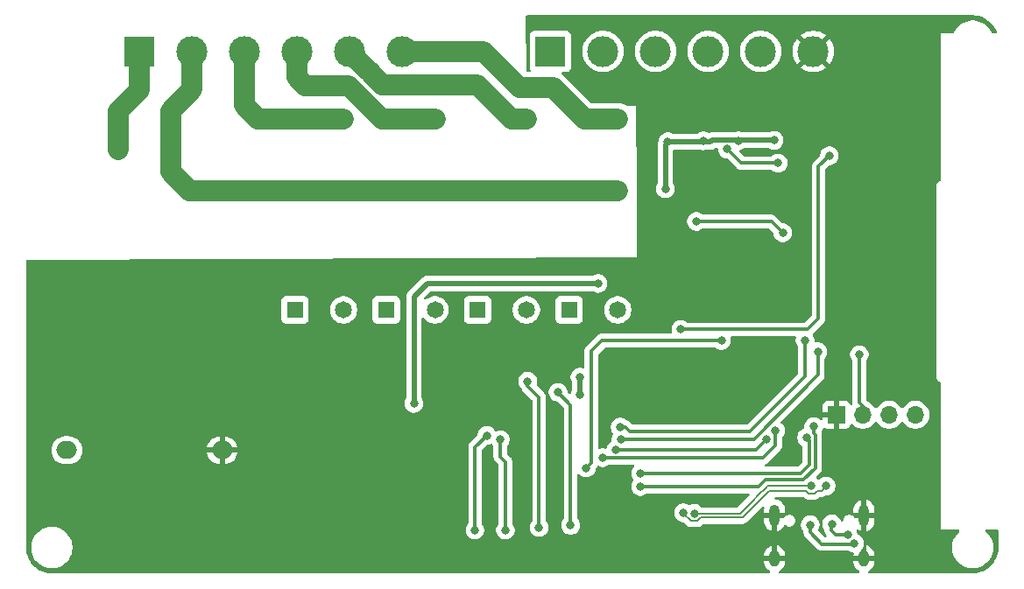
<source format=gbr>
%TF.GenerationSoftware,KiCad,Pcbnew,9.0.0*%
%TF.CreationDate,2025-03-09T16:10:17+04:00*%
%TF.ProjectId,Arbaa_Amp_V0.1,41726261-615f-4416-9d70-5f56302e312e,rev?*%
%TF.SameCoordinates,Original*%
%TF.FileFunction,Copper,L2,Bot*%
%TF.FilePolarity,Positive*%
%FSLAX46Y46*%
G04 Gerber Fmt 4.6, Leading zero omitted, Abs format (unit mm)*
G04 Created by KiCad (PCBNEW 9.0.0) date 2025-03-09 16:10:17*
%MOMM*%
%LPD*%
G01*
G04 APERTURE LIST*
%TA.AperFunction,ComponentPad*%
%ADD10C,3.000000*%
%TD*%
%TA.AperFunction,ComponentPad*%
%ADD11R,3.000000X3.000000*%
%TD*%
%TA.AperFunction,ComponentPad*%
%ADD12R,2.000000X1.700000*%
%TD*%
%TA.AperFunction,ComponentPad*%
%ADD13O,2.000000X1.700000*%
%TD*%
%TA.AperFunction,ComponentPad*%
%ADD14C,1.650000*%
%TD*%
%TA.AperFunction,ComponentPad*%
%ADD15R,1.650000X1.650000*%
%TD*%
%TA.AperFunction,ComponentPad*%
%ADD16R,1.700000X1.700000*%
%TD*%
%TA.AperFunction,ComponentPad*%
%ADD17O,1.700000X1.700000*%
%TD*%
%TA.AperFunction,HeatsinkPad*%
%ADD18O,1.000000X2.100000*%
%TD*%
%TA.AperFunction,HeatsinkPad*%
%ADD19O,1.000000X1.600000*%
%TD*%
%TA.AperFunction,HeatsinkPad*%
%ADD20C,0.600000*%
%TD*%
%TA.AperFunction,ViaPad*%
%ADD21C,0.800000*%
%TD*%
%TA.AperFunction,Conductor*%
%ADD22C,0.300000*%
%TD*%
%TA.AperFunction,Conductor*%
%ADD23C,0.500000*%
%TD*%
%TA.AperFunction,Conductor*%
%ADD24C,0.200000*%
%TD*%
%TA.AperFunction,Conductor*%
%ADD25C,2.000000*%
%TD*%
G04 APERTURE END LIST*
D10*
%TO.P,J3,6,Pin_6*%
%TO.N,GND*%
X166600000Y-88500000D03*
%TO.P,J3,5,Pin_5*%
%TO.N,SWITCH_4{slash}IO14*%
X161520000Y-88500000D03*
%TO.P,J3,4,Pin_4*%
%TO.N,SWITCH_3{slash}IO27*%
X156440000Y-88500000D03*
%TO.P,J3,3,Pin_3*%
%TO.N,SWITCH_2{slash}IO12*%
X151360000Y-88500000D03*
%TO.P,J3,2,Pin_2*%
%TO.N,SWITCH_1{slash}IO13*%
X146280000Y-88500000D03*
D11*
%TO.P,J3,1,Pin_1*%
%TO.N,EXTRA{slash}IO17*%
X141200000Y-88500000D03*
%TD*%
D12*
%TO.P,PS1,1,AC/L*%
%TO.N,P*%
X104462500Y-97997500D03*
D13*
%TO.P,PS1,2,AC/N*%
%TO.N,N*%
X99462500Y-97997500D03*
%TO.P,PS1,3,-Vout*%
%TO.N,GND*%
X109462500Y-127077500D03*
%TO.P,PS1,4,+Vout*%
%TO.N,+5V*%
X94462500Y-127077500D03*
%TD*%
D14*
%TO.P,K4,4*%
%TO.N,Net-(J2-Pin_6)*%
X147700000Y-95000000D03*
%TO.P,K4,3*%
%TO.N,P*%
X147700000Y-102000000D03*
D15*
%TO.P,K4,1*%
%TO.N,RELAY_5V*%
X143000000Y-113500000D03*
D14*
%TO.P,K4,2*%
%TO.N,RELAY_4*%
X147700000Y-113500000D03*
%TD*%
%TO.P,K3,4*%
%TO.N,Net-(J2-Pin_5)*%
X138866667Y-95000000D03*
%TO.P,K3,3*%
%TO.N,P*%
X138866667Y-102000000D03*
D15*
%TO.P,K3,1*%
%TO.N,RELAY_5V*%
X134166667Y-113500000D03*
D14*
%TO.P,K3,2*%
%TO.N,RELAY_3*%
X138866667Y-113500000D03*
%TD*%
%TO.P,K2,4*%
%TO.N,Net-(J2-Pin_4)*%
X130033333Y-95000000D03*
%TO.P,K2,3*%
%TO.N,P*%
X130033333Y-102000000D03*
D15*
%TO.P,K2,1*%
%TO.N,RELAY_5V*%
X125333333Y-113500000D03*
D14*
%TO.P,K2,2*%
%TO.N,RELAY_2*%
X130033333Y-113500000D03*
%TD*%
%TO.P,K1,4*%
%TO.N,Net-(J2-Pin_3)*%
X121200000Y-95000000D03*
%TO.P,K1,3*%
%TO.N,P*%
X121200000Y-102000000D03*
D15*
%TO.P,K1,1*%
%TO.N,RELAY_5V*%
X116500000Y-113500000D03*
D14*
%TO.P,K1,2*%
%TO.N,RELAY_1*%
X121200000Y-113500000D03*
%TD*%
D16*
%TO.P,J4,1,Pin_1*%
%TO.N,GND*%
X168850000Y-123650000D03*
D17*
%TO.P,J4,2,Pin_2*%
%TO.N,SDA*%
X171390000Y-123650000D03*
%TO.P,J4,3,Pin_3*%
%TO.N,SCL*%
X173930000Y-123650000D03*
%TO.P,J4,4,Pin_4*%
%TO.N,+5V*%
X176470000Y-123650000D03*
%TD*%
D11*
%TO.P,J2,1,Pin_1*%
%TO.N,N*%
X101420000Y-88500000D03*
D10*
%TO.P,J2,2,Pin_2*%
%TO.N,P*%
X106500000Y-88500000D03*
%TO.P,J2,3,Pin_3*%
%TO.N,Net-(J2-Pin_3)*%
X111580000Y-88500000D03*
%TO.P,J2,4,Pin_4*%
%TO.N,Net-(J2-Pin_4)*%
X116660000Y-88500000D03*
%TO.P,J2,5,Pin_5*%
%TO.N,Net-(J2-Pin_5)*%
X121740000Y-88500000D03*
%TO.P,J2,6,Pin_6*%
%TO.N,Net-(J2-Pin_6)*%
X126820000Y-88500000D03*
%TD*%
D18*
%TO.P,J1,S1,SHIELD*%
%TO.N,GND*%
X162860000Y-133395000D03*
D19*
X162860000Y-137575000D03*
D18*
X171500000Y-133395000D03*
D19*
X171500000Y-137575000D03*
%TD*%
D20*
%TO.P,U4,39,GND*%
%TO.N,GND*%
X169287500Y-111595000D03*
X170812500Y-111595000D03*
X168525000Y-110832500D03*
X170050000Y-110832500D03*
X171575000Y-110832500D03*
X169287500Y-110070000D03*
X170812500Y-110070000D03*
X168525000Y-109307500D03*
X170050000Y-109307500D03*
X171575000Y-109307500D03*
X169287500Y-108545000D03*
X170812500Y-108545000D03*
%TD*%
D21*
%TO.N,GND*%
X135350000Y-130400000D03*
X130850000Y-134550000D03*
X125400000Y-135900000D03*
X148000000Y-129200000D03*
X174250000Y-95950000D03*
X169700000Y-91200000D03*
X154000000Y-98750000D03*
%TO.N,SIG_2{slash}IO23*%
X167050000Y-117550000D03*
%TO.N,SIG_1{slash}IO25*%
X147925000Y-124825000D03*
%TO.N,SIG_2{slash}IO23*%
X148008521Y-126000000D03*
%TO.N,SIG_3{slash}IO19*%
X147500000Y-127050000D03*
%TO.N,SIG_4{slash}IO18*%
X162949000Y-125201000D03*
%TO.N,SIG_3{slash}IO19*%
X162100000Y-126000000D03*
%TO.N,SIG_4{slash}IO18*%
X146250000Y-127800000D03*
%TO.N,SIG_1{slash}IO25*%
X165800000Y-116450000D03*
%TO.N,LED{slash}IO2*%
X144660000Y-128800000D03*
X157720000Y-116470000D03*
%TO.N,RELAY_4*%
X141925000Y-121475000D03*
%TO.N,RELAY_3*%
X139000000Y-120400000D03*
%TO.N,RELAY_4*%
X143150000Y-134350000D03*
%TO.N,RELAY_3*%
X140100000Y-134550000D03*
%TO.N,RELAY_1*%
X133900000Y-134800000D03*
%TO.N,RELAY_2*%
X136850000Y-134800000D03*
%TO.N,RELAY_5V*%
X144050000Y-120000000D03*
X144075000Y-121750000D03*
%TO.N,RELAY_2*%
X136350000Y-126050000D03*
%TO.N,RELAY_1*%
X135050000Y-125650000D03*
%TO.N,RXD*%
X165950000Y-125850000D03*
%TO.N,TXD*%
X166650000Y-124800000D03*
%TO.N,+3V3*%
X128000000Y-122550000D03*
X145800000Y-110950000D03*
%TO.N,ESP_3V3*%
X152300000Y-101800000D03*
%TO.N,EXTRA{slash}IO17*%
X163650000Y-106050000D03*
X155300000Y-104950000D03*
%TO.N,EN*%
X168150000Y-98600000D03*
X153800000Y-115400000D03*
%TO.N,SDA*%
X171050000Y-117850000D03*
%TO.N,D+*%
X167850000Y-130550000D03*
%TO.N,D-*%
X166430000Y-130550000D03*
%TO.N,Net-(J1-CC1)*%
X170581266Y-136075570D03*
%TO.N,Net-(J1-CC2)*%
X169950000Y-135300000D03*
%TO.N,D+*%
X154065000Y-133135000D03*
%TO.N,D-*%
X155100000Y-133200000D03*
%TO.N,TXD*%
X149900000Y-130600000D03*
%TO.N,RXD*%
X149900000Y-129300000D03*
%TO.N,ESP_3V3*%
X152550000Y-97250000D03*
X155950000Y-97150000D03*
X159350000Y-97150000D03*
X162825000Y-97100000D03*
%TO.N,SWITCH_3{slash}IO27*%
X158300000Y-97950000D03*
X163200000Y-99300000D03*
%TO.N,Net-(J1-CC1)*%
X166300000Y-134300000D03*
%TO.N,Net-(J1-CC2)*%
X168400000Y-134200000D03*
%TD*%
D22*
%TO.N,SIG_1{slash}IO25*%
X165800000Y-119950000D02*
X165800000Y-116450000D01*
X148425000Y-124825000D02*
X148850000Y-125250000D01*
X147925000Y-124825000D02*
X148425000Y-124825000D01*
X148850000Y-125250000D02*
X160500000Y-125250000D01*
%TO.N,SIG_2{slash}IO23*%
X167050000Y-119800000D02*
X167050000Y-117550000D01*
X160850000Y-126000000D02*
X167050000Y-119800000D01*
X148008521Y-126000000D02*
X160850000Y-126000000D01*
%TO.N,SIG_3{slash}IO19*%
X147500000Y-127050000D02*
X161050000Y-127050000D01*
X161050000Y-127050000D02*
X162100000Y-126000000D01*
%TO.N,SIG_4{slash}IO18*%
X162950000Y-125202000D02*
X162949000Y-125201000D01*
X162950000Y-126600000D02*
X162950000Y-125202000D01*
X161750000Y-127800000D02*
X162950000Y-126600000D01*
X146250000Y-127800000D02*
X161750000Y-127800000D01*
D23*
%TO.N,RELAY_5V*%
X144075000Y-121750000D02*
X144075000Y-121675000D01*
X144050000Y-121650000D02*
X144050000Y-120000000D01*
X144075000Y-121675000D02*
X144050000Y-121650000D01*
D22*
%TO.N,LED{slash}IO2*%
X145150000Y-128310000D02*
X144660000Y-128800000D01*
X146130000Y-116470000D02*
X145150000Y-117450000D01*
X157720000Y-116470000D02*
X146130000Y-116470000D01*
X145150000Y-117450000D02*
X145150000Y-128310000D01*
%TO.N,RELAY_4*%
X143150000Y-122700000D02*
X141925000Y-121475000D01*
X143150000Y-134350000D02*
X143150000Y-122700000D01*
%TO.N,RELAY_3*%
X139000000Y-120850000D02*
X139000000Y-120400000D01*
X140100000Y-121950000D02*
X139000000Y-120850000D01*
X140100000Y-134550000D02*
X140100000Y-121950000D01*
%TO.N,RELAY_2*%
X136350000Y-127700000D02*
X136350000Y-126050000D01*
X136850000Y-128200000D02*
X136350000Y-127700000D01*
X136850000Y-134800000D02*
X136850000Y-128200000D01*
%TO.N,RELAY_1*%
X133900000Y-126800000D02*
X135050000Y-125650000D01*
X133900000Y-134800000D02*
X133900000Y-126800000D01*
D23*
%TO.N,+3V3*%
X129300000Y-110950000D02*
X145800000Y-110950000D01*
X128000000Y-112250000D02*
X129300000Y-110950000D01*
X128000000Y-122550000D02*
X128000000Y-112250000D01*
D22*
%TO.N,TXD*%
X161950000Y-129950000D02*
X161300000Y-130600000D01*
X165650000Y-129950000D02*
X161950000Y-129950000D01*
X166800000Y-128800000D02*
X165650000Y-129950000D01*
X166800000Y-125600000D02*
X166800000Y-128800000D01*
X166650000Y-124800000D02*
X166650000Y-125450000D01*
X166650000Y-125450000D02*
X166800000Y-125600000D01*
X161300000Y-130600000D02*
X149900000Y-130600000D01*
%TO.N,RXD*%
X166200000Y-126100000D02*
X165950000Y-125850000D01*
X166200000Y-128450000D02*
X166200000Y-126100000D01*
X166100000Y-128550000D02*
X166200000Y-128450000D01*
X165350000Y-129300000D02*
X166100000Y-128550000D01*
X149900000Y-129300000D02*
X165350000Y-129300000D01*
D23*
%TO.N,ESP_3V3*%
X162824000Y-97099000D02*
X162825000Y-97100000D01*
X158800000Y-97099000D02*
X162824000Y-97099000D01*
X158800000Y-97099000D02*
X159299000Y-97099000D01*
X159299000Y-97099000D02*
X159350000Y-97150000D01*
X156801000Y-97099000D02*
X158800000Y-97099000D01*
X155500000Y-97250000D02*
X156650000Y-97250000D01*
X156650000Y-97250000D02*
X156801000Y-97099000D01*
X152550000Y-97250000D02*
X155500000Y-97250000D01*
X155850000Y-97250000D02*
X155950000Y-97150000D01*
X155500000Y-97250000D02*
X155850000Y-97250000D01*
X152300000Y-97500000D02*
X152550000Y-97250000D01*
X152300000Y-101800000D02*
X152300000Y-97500000D01*
D22*
%TO.N,EXTRA{slash}IO17*%
X162550000Y-104950000D02*
X155300000Y-104950000D01*
X163650000Y-106050000D02*
X162550000Y-104950000D01*
%TO.N,EN*%
X167100000Y-114350000D02*
X166050000Y-115400000D01*
X167100000Y-99650000D02*
X167100000Y-114350000D01*
X166050000Y-115400000D02*
X153800000Y-115400000D01*
X168150000Y-98600000D02*
X167100000Y-99650000D01*
D24*
%TO.N,D-*%
X161873738Y-130858063D02*
X162080947Y-130650855D01*
X162080947Y-130650855D02*
X162181802Y-130550000D01*
X161414119Y-131317683D02*
X161873738Y-130858063D01*
X162181802Y-130550000D02*
X166430000Y-130550000D01*
X160602813Y-132128989D02*
X161414119Y-131317683D01*
X160602813Y-132128989D02*
X160258284Y-132473518D01*
X155275000Y-133200000D02*
X155200000Y-133275000D01*
X159531802Y-133200000D02*
X155275000Y-133200000D01*
X160258284Y-132473518D02*
X159531802Y-133200000D01*
D22*
%TO.N,SDA*%
X171390000Y-122790000D02*
X171390000Y-123650000D01*
X171050000Y-117850000D02*
X171050000Y-122450000D01*
X171050000Y-122450000D02*
X171390000Y-122790000D01*
D24*
%TO.N,D+*%
X154065000Y-133207100D02*
X154065000Y-133135000D01*
D22*
%TO.N,Net-(J1-CC1)*%
X166300000Y-135025000D02*
X166300000Y-134300000D01*
X167425000Y-136150000D02*
X166300000Y-135025000D01*
X170581266Y-136075570D02*
X170506836Y-136150000D01*
X170506836Y-136150000D02*
X167425000Y-136150000D01*
%TO.N,Net-(J1-CC2)*%
X168350000Y-134850000D02*
X168350000Y-134250000D01*
X168350000Y-134250000D02*
X168400000Y-134200000D01*
X168800000Y-135300000D02*
X168350000Y-134850000D01*
X169950000Y-135300000D02*
X168800000Y-135300000D01*
%TO.N,SWITCH_3{slash}IO27*%
X159650000Y-99300000D02*
X158300000Y-97950000D01*
X163200000Y-99300000D02*
X159650000Y-99300000D01*
D25*
%TO.N,Net-(J2-Pin_6)*%
X134700000Y-88500000D02*
X126820000Y-88500000D01*
X138200000Y-92000000D02*
X134700000Y-88500000D01*
X141500000Y-92000000D02*
X138200000Y-92000000D01*
X147700000Y-95000000D02*
X144500000Y-95000000D01*
X144500000Y-95000000D02*
X141500000Y-92000000D01*
%TO.N,Net-(J2-Pin_4)*%
X124900000Y-95000000D02*
X130033333Y-95000000D01*
X117486342Y-91786342D02*
X121686342Y-91786342D01*
X116660000Y-90960000D02*
X117486342Y-91786342D01*
X116660000Y-88500000D02*
X116660000Y-90960000D01*
X121686342Y-91786342D02*
X124900000Y-95000000D01*
%TO.N,Net-(J2-Pin_5)*%
X121740000Y-88640000D02*
X121740000Y-88500000D01*
X122100000Y-89000000D02*
X121740000Y-88640000D01*
X122240000Y-89000000D02*
X122100000Y-89000000D01*
X123800000Y-90560000D02*
X123800000Y-90500000D01*
X124940000Y-91700000D02*
X123800000Y-90560000D01*
X137400000Y-95000000D02*
X134100000Y-91700000D01*
X123740000Y-90500000D02*
X122240000Y-89000000D01*
X134100000Y-91700000D02*
X124940000Y-91700000D01*
X138866667Y-95000000D02*
X137400000Y-95000000D01*
%TO.N,Net-(J2-Pin_3)*%
X112900000Y-95000000D02*
X121200000Y-95000000D01*
X111580000Y-93680000D02*
X112900000Y-95000000D01*
X111580000Y-88500000D02*
X111580000Y-93680000D01*
%TO.N,P*%
X106300000Y-102000000D02*
X121200000Y-102000000D01*
X104462500Y-100162500D02*
X106300000Y-102000000D01*
X104462500Y-97997500D02*
X104462500Y-100162500D01*
X147700000Y-102000000D02*
X121200000Y-102000000D01*
X104462500Y-94237500D02*
X104462500Y-97997500D01*
X106500000Y-92200000D02*
X104462500Y-94237500D01*
X106500000Y-88500000D02*
X106500000Y-92200000D01*
%TO.N,N*%
X99462500Y-94237500D02*
X99462500Y-97997500D01*
X101420000Y-88500000D02*
X101420000Y-92280000D01*
X101420000Y-92280000D02*
X99462500Y-94237500D01*
D24*
%TO.N,D+*%
X160331461Y-133036737D02*
X159931364Y-133436834D01*
X159748902Y-133550000D02*
X159697902Y-133601000D01*
X159818198Y-133550000D02*
X159748902Y-133550000D01*
X159931364Y-133436834D02*
X159818198Y-133550000D01*
X159697902Y-133601000D02*
X155690364Y-133601000D01*
X155690364Y-133601000D02*
X155390364Y-133901000D01*
X155390364Y-133901000D02*
X154758900Y-133901000D01*
X154758900Y-133901000D02*
X154065000Y-133207100D01*
X160664875Y-132703323D02*
X160331461Y-133036737D01*
X162368198Y-131000000D02*
X161339112Y-132029086D01*
X160879492Y-132488705D02*
X160664875Y-132703323D01*
X161339112Y-132029086D02*
X160879492Y-132488705D01*
X167850000Y-130550000D02*
X167400000Y-131000000D01*
X167400000Y-131000000D02*
X166971364Y-131000000D01*
X166971364Y-131000000D02*
X166720364Y-131251000D01*
X166720364Y-131251000D02*
X166139636Y-131251000D01*
X166139636Y-131251000D02*
X165888636Y-131000000D01*
X165888636Y-131000000D02*
X162368198Y-131000000D01*
D22*
%TO.N,SIG_1{slash}IO25*%
X160500000Y-125250000D02*
X165800000Y-119950000D01*
%TD*%
%TA.AperFunction,Conductor*%
%TO.N,GND*%
G36*
X182003736Y-85000726D02*
G01*
X182293796Y-85018271D01*
X182308659Y-85020076D01*
X182590798Y-85071780D01*
X182605335Y-85075363D01*
X182879172Y-85160695D01*
X182893163Y-85166000D01*
X183154743Y-85283727D01*
X183167989Y-85290680D01*
X183413465Y-85439075D01*
X183425776Y-85447573D01*
X183535748Y-85533730D01*
X183651573Y-85624473D01*
X183662781Y-85634403D01*
X183865596Y-85837218D01*
X183875526Y-85848426D01*
X183995481Y-86001538D01*
X184052422Y-86074217D01*
X184060926Y-86086537D01*
X184201633Y-86319295D01*
X184209316Y-86332004D01*
X184216275Y-86345263D01*
X184319720Y-86575109D01*
X184329283Y-86644321D01*
X184299909Y-86707716D01*
X184240925Y-86745167D01*
X184206644Y-86750000D01*
X183937519Y-86750000D01*
X183870480Y-86730315D01*
X183824725Y-86677511D01*
X183822958Y-86673452D01*
X183798048Y-86613314D01*
X183798041Y-86613299D01*
X183666924Y-86386196D01*
X183507281Y-86178148D01*
X183507274Y-86178140D01*
X183321860Y-85992726D01*
X183321851Y-85992718D01*
X183113803Y-85833075D01*
X182886700Y-85701958D01*
X182886690Y-85701953D01*
X182644428Y-85601605D01*
X182644421Y-85601603D01*
X182644419Y-85601602D01*
X182391116Y-85533730D01*
X182333339Y-85526123D01*
X182131127Y-85499500D01*
X182131120Y-85499500D01*
X181868880Y-85499500D01*
X181868872Y-85499500D01*
X181637772Y-85529926D01*
X181608884Y-85533730D01*
X181355581Y-85601602D01*
X181355571Y-85601605D01*
X181113309Y-85701953D01*
X181113299Y-85701958D01*
X180886196Y-85833075D01*
X180678148Y-85992718D01*
X180492718Y-86178148D01*
X180333075Y-86386196D01*
X180201958Y-86613299D01*
X180201951Y-86613314D01*
X180177042Y-86673452D01*
X180133201Y-86727856D01*
X180066907Y-86749921D01*
X180062481Y-86750000D01*
X178940000Y-86750000D01*
X178940000Y-100902772D01*
X178920315Y-100969811D01*
X178867511Y-101015566D01*
X178848095Y-101022546D01*
X178806815Y-101033607D01*
X178806814Y-101033607D01*
X178692686Y-101099500D01*
X178692683Y-101099502D01*
X178599502Y-101192683D01*
X178599500Y-101192686D01*
X178533608Y-101306812D01*
X178499500Y-101434108D01*
X178499500Y-120065891D01*
X178533608Y-120193187D01*
X178546014Y-120214674D01*
X178599500Y-120307314D01*
X178692686Y-120400500D01*
X178791521Y-120457563D01*
X178806789Y-120466378D01*
X178806814Y-120466392D01*
X178848094Y-120477453D01*
X178907753Y-120513817D01*
X178938283Y-120576663D01*
X178940000Y-120597227D01*
X178940000Y-134750000D01*
X180629173Y-134750000D01*
X180696212Y-134769685D01*
X180741967Y-134822489D01*
X180751911Y-134891647D01*
X180722886Y-134955203D01*
X180704663Y-134972372D01*
X180683721Y-134988441D01*
X180678141Y-134992724D01*
X180678140Y-134992726D01*
X180492718Y-135178148D01*
X180333075Y-135386196D01*
X180201958Y-135613299D01*
X180201953Y-135613309D01*
X180101605Y-135855571D01*
X180101602Y-135855581D01*
X180033730Y-136108885D01*
X179999500Y-136368872D01*
X179999500Y-136631127D01*
X180024551Y-136821398D01*
X180033730Y-136891116D01*
X180101602Y-137144418D01*
X180101605Y-137144428D01*
X180201953Y-137386690D01*
X180201958Y-137386700D01*
X180333075Y-137613803D01*
X180492718Y-137821851D01*
X180492726Y-137821860D01*
X180678140Y-138007274D01*
X180678148Y-138007281D01*
X180886196Y-138166924D01*
X181113299Y-138298041D01*
X181113309Y-138298046D01*
X181289202Y-138370903D01*
X181355581Y-138398398D01*
X181608884Y-138466270D01*
X181868880Y-138500500D01*
X181868887Y-138500500D01*
X182131113Y-138500500D01*
X182131120Y-138500500D01*
X182391116Y-138466270D01*
X182644419Y-138398398D01*
X182886697Y-138298043D01*
X183113803Y-138166924D01*
X183321851Y-138007282D01*
X183321855Y-138007277D01*
X183321860Y-138007274D01*
X183507274Y-137821860D01*
X183507277Y-137821855D01*
X183507282Y-137821851D01*
X183666924Y-137613803D01*
X183798043Y-137386697D01*
X183898398Y-137144419D01*
X183966270Y-136891116D01*
X184000500Y-136631120D01*
X184000500Y-136368880D01*
X183966270Y-136108884D01*
X183898398Y-135855581D01*
X183898394Y-135855571D01*
X183798046Y-135613309D01*
X183798041Y-135613299D01*
X183666924Y-135386196D01*
X183544414Y-135226540D01*
X183507282Y-135178149D01*
X183507281Y-135178148D01*
X183507274Y-135178140D01*
X183321858Y-134992724D01*
X183321853Y-134992720D01*
X183321851Y-134992718D01*
X183295338Y-134972373D01*
X183254137Y-134915946D01*
X183249983Y-134846200D01*
X183284196Y-134785280D01*
X183345914Y-134752528D01*
X183370827Y-134750000D01*
X184375500Y-134750000D01*
X184442539Y-134769685D01*
X184488294Y-134822489D01*
X184499500Y-134874000D01*
X184499500Y-136496249D01*
X184499274Y-136503736D01*
X184481728Y-136793794D01*
X184479923Y-136808659D01*
X184428219Y-137090798D01*
X184424635Y-137105336D01*
X184339306Y-137379167D01*
X184333997Y-137393168D01*
X184216275Y-137654736D01*
X184209316Y-137667995D01*
X184060928Y-137913459D01*
X184052422Y-137925782D01*
X183875526Y-138151573D01*
X183865596Y-138162781D01*
X183662781Y-138365596D01*
X183651573Y-138375526D01*
X183425782Y-138552422D01*
X183413459Y-138560928D01*
X183167995Y-138709316D01*
X183154736Y-138716275D01*
X182893168Y-138833997D01*
X182879167Y-138839306D01*
X182605336Y-138924635D01*
X182590798Y-138928219D01*
X182308659Y-138979923D01*
X182293794Y-138981728D01*
X182003736Y-138999274D01*
X181996249Y-138999500D01*
X172021735Y-138999500D01*
X171954696Y-138979815D01*
X171908941Y-138927011D01*
X171898997Y-138857853D01*
X171928022Y-138794297D01*
X171968766Y-138764916D01*
X171968308Y-138764059D01*
X171973684Y-138761185D01*
X172137462Y-138651751D01*
X172137466Y-138651748D01*
X172276748Y-138512466D01*
X172276751Y-138512462D01*
X172386185Y-138348684D01*
X172386192Y-138348671D01*
X172461569Y-138166693D01*
X172461572Y-138166681D01*
X172499999Y-137973495D01*
X172500000Y-137973492D01*
X172500000Y-137825000D01*
X171800000Y-137825000D01*
X171800000Y-137325000D01*
X172500000Y-137325000D01*
X172500000Y-137176508D01*
X172499999Y-137176504D01*
X172461572Y-136983318D01*
X172461569Y-136983306D01*
X172386192Y-136801328D01*
X172386185Y-136801315D01*
X172276751Y-136637537D01*
X172276748Y-136637533D01*
X172137466Y-136498251D01*
X172137462Y-136498248D01*
X171973684Y-136388814D01*
X171973671Y-136388807D01*
X171791691Y-136313429D01*
X171791683Y-136313427D01*
X171750000Y-136305135D01*
X171750000Y-137108011D01*
X171740060Y-137090795D01*
X171684205Y-137034940D01*
X171615796Y-136995444D01*
X171539496Y-136975000D01*
X171460504Y-136975000D01*
X171384204Y-136995444D01*
X171315795Y-137034940D01*
X171259940Y-137090795D01*
X171250000Y-137108011D01*
X171250000Y-136731418D01*
X171269685Y-136664379D01*
X171278146Y-136652754D01*
X171280725Y-136649609D01*
X171280730Y-136649605D01*
X171379279Y-136502117D01*
X171447160Y-136338236D01*
X171452095Y-136313429D01*
X171470222Y-136222297D01*
X171470222Y-136222296D01*
X171481766Y-136164263D01*
X171481766Y-135986876D01*
X171481765Y-135986874D01*
X171447162Y-135812911D01*
X171447159Y-135812902D01*
X171379282Y-135649029D01*
X171379275Y-135649016D01*
X171280730Y-135501535D01*
X171280727Y-135501531D01*
X171155304Y-135376108D01*
X171155300Y-135376105D01*
X171007810Y-135277555D01*
X170911969Y-135237857D01*
X170910583Y-135236740D01*
X170908822Y-135236502D01*
X170883488Y-135214905D01*
X170857566Y-135194016D01*
X170856572Y-135191960D01*
X170855651Y-135191175D01*
X170852697Y-135183944D01*
X170840731Y-135159190D01*
X170838983Y-135153410D01*
X170815894Y-135037334D01*
X170771381Y-134929870D01*
X170769603Y-134923989D01*
X170769368Y-134894953D01*
X170766264Y-134866078D01*
X170769089Y-134860432D01*
X170769039Y-134854121D01*
X170784542Y-134829563D01*
X170797540Y-134803599D01*
X170802967Y-134800378D01*
X170806338Y-134795040D01*
X170832658Y-134782762D01*
X170857629Y-134767947D01*
X170863936Y-134768172D01*
X170869657Y-134765504D01*
X170898431Y-134769404D01*
X170927454Y-134770441D01*
X170935640Y-134774448D01*
X170938894Y-134774889D01*
X170942065Y-134777592D01*
X170957185Y-134784993D01*
X171026316Y-134831185D01*
X171026328Y-134831192D01*
X171208308Y-134906569D01*
X171250000Y-134914862D01*
X171250000Y-134111988D01*
X171259940Y-134129205D01*
X171315795Y-134185060D01*
X171384204Y-134224556D01*
X171460504Y-134245000D01*
X171539496Y-134245000D01*
X171615796Y-134224556D01*
X171684205Y-134185060D01*
X171740060Y-134129205D01*
X171750000Y-134111988D01*
X171750000Y-134914862D01*
X171791690Y-134906569D01*
X171791692Y-134906569D01*
X171973671Y-134831192D01*
X171973684Y-134831185D01*
X172137462Y-134721751D01*
X172137466Y-134721748D01*
X172276748Y-134582466D01*
X172276751Y-134582462D01*
X172386185Y-134418684D01*
X172386192Y-134418671D01*
X172461569Y-134236693D01*
X172461572Y-134236681D01*
X172499999Y-134043495D01*
X172500000Y-134043492D01*
X172500000Y-133645000D01*
X171800000Y-133645000D01*
X171800000Y-133145000D01*
X172500000Y-133145000D01*
X172500000Y-132746508D01*
X172499999Y-132746504D01*
X172461572Y-132553318D01*
X172461569Y-132553306D01*
X172386192Y-132371328D01*
X172386185Y-132371315D01*
X172276751Y-132207537D01*
X172276748Y-132207533D01*
X172137466Y-132068251D01*
X172137462Y-132068248D01*
X171973684Y-131958814D01*
X171973671Y-131958807D01*
X171791691Y-131883429D01*
X171791683Y-131883427D01*
X171750000Y-131875135D01*
X171750000Y-132678011D01*
X171740060Y-132660795D01*
X171684205Y-132604940D01*
X171615796Y-132565444D01*
X171539496Y-132545000D01*
X171460504Y-132545000D01*
X171384204Y-132565444D01*
X171315795Y-132604940D01*
X171259940Y-132660795D01*
X171250000Y-132678011D01*
X171250000Y-131875136D01*
X171249999Y-131875135D01*
X171208316Y-131883427D01*
X171208308Y-131883429D01*
X171026328Y-131958807D01*
X171026315Y-131958814D01*
X170862537Y-132068248D01*
X170862533Y-132068251D01*
X170723251Y-132207533D01*
X170723248Y-132207537D01*
X170613814Y-132371315D01*
X170613807Y-132371328D01*
X170538430Y-132553306D01*
X170538427Y-132553318D01*
X170500000Y-132746504D01*
X170500000Y-133145000D01*
X171200000Y-133145000D01*
X171200000Y-133645000D01*
X170661784Y-133645000D01*
X170594745Y-133625315D01*
X170554397Y-133583000D01*
X170530515Y-133541635D01*
X170423365Y-133434485D01*
X170357750Y-133396602D01*
X170292136Y-133358719D01*
X170200266Y-133334103D01*
X170145766Y-133319500D01*
X169994234Y-133319500D01*
X169847863Y-133358719D01*
X169716635Y-133434485D01*
X169716632Y-133434487D01*
X169609487Y-133541632D01*
X169609485Y-133541635D01*
X169533719Y-133672863D01*
X169494500Y-133819234D01*
X169494500Y-133865848D01*
X169474815Y-133932887D01*
X169422011Y-133978642D01*
X169352853Y-133988586D01*
X169289297Y-133959561D01*
X169255939Y-133913300D01*
X169198016Y-133773459D01*
X169198009Y-133773446D01*
X169099464Y-133625965D01*
X169099461Y-133625961D01*
X168974038Y-133500538D01*
X168974034Y-133500535D01*
X168826553Y-133401990D01*
X168826540Y-133401983D01*
X168662667Y-133334106D01*
X168662658Y-133334103D01*
X168488694Y-133299500D01*
X168488691Y-133299500D01*
X168311309Y-133299500D01*
X168311306Y-133299500D01*
X168137341Y-133334103D01*
X168137332Y-133334106D01*
X167973459Y-133401983D01*
X167973446Y-133401990D01*
X167825965Y-133500535D01*
X167825961Y-133500538D01*
X167700538Y-133625961D01*
X167700535Y-133625965D01*
X167601990Y-133773446D01*
X167601983Y-133773459D01*
X167534106Y-133937332D01*
X167534103Y-133937341D01*
X167499500Y-134111304D01*
X167499500Y-134288695D01*
X167534103Y-134462658D01*
X167534106Y-134462667D01*
X167601984Y-134626542D01*
X167601985Y-134626543D01*
X167601987Y-134626547D01*
X167658622Y-134711306D01*
X167678602Y-134741208D01*
X167683412Y-134754544D01*
X167690243Y-134763088D01*
X167694751Y-134785982D01*
X167698840Y-134797319D01*
X167699500Y-134803688D01*
X167699500Y-134914069D01*
X167722246Y-135028416D01*
X167723373Y-135034082D01*
X167724499Y-135039745D01*
X167773533Y-135158125D01*
X167809796Y-135212396D01*
X167834563Y-135249464D01*
X167844726Y-135264673D01*
X167867872Y-135287819D01*
X167878484Y-135307255D01*
X167892985Y-135323989D01*
X167894901Y-135337320D01*
X167901357Y-135349142D01*
X167899777Y-135371228D01*
X167902929Y-135393147D01*
X167897333Y-135405398D01*
X167896373Y-135418834D01*
X167883102Y-135436560D01*
X167873904Y-135456703D01*
X167862572Y-135463985D01*
X167854501Y-135474767D01*
X167833755Y-135482504D01*
X167815126Y-135494477D01*
X167793207Y-135497628D01*
X167789037Y-135499184D01*
X167780191Y-135499500D01*
X167745808Y-135499500D01*
X167678769Y-135479815D01*
X167658127Y-135463181D01*
X167099266Y-134904320D01*
X167065781Y-134842997D01*
X167070765Y-134773305D01*
X167083843Y-134747752D01*
X167098013Y-134726547D01*
X167165894Y-134562666D01*
X167166557Y-134559337D01*
X167189236Y-134445320D01*
X167200500Y-134388691D01*
X167200500Y-134211309D01*
X167200500Y-134211306D01*
X167200499Y-134211304D01*
X167165896Y-134037341D01*
X167165893Y-134037332D01*
X167163071Y-134030520D01*
X167124473Y-133937334D01*
X167098016Y-133873459D01*
X167098009Y-133873446D01*
X166999464Y-133725965D01*
X166999461Y-133725961D01*
X166874038Y-133600538D01*
X166874034Y-133600535D01*
X166726553Y-133501990D01*
X166726540Y-133501983D01*
X166562667Y-133434106D01*
X166562658Y-133434103D01*
X166388694Y-133399500D01*
X166388691Y-133399500D01*
X166211309Y-133399500D01*
X166211306Y-133399500D01*
X166037341Y-133434103D01*
X166037332Y-133434106D01*
X165873459Y-133501983D01*
X165873446Y-133501990D01*
X165725965Y-133600535D01*
X165725961Y-133600538D01*
X165600538Y-133725961D01*
X165600535Y-133725965D01*
X165501990Y-133873446D01*
X165501983Y-133873459D01*
X165434106Y-134037332D01*
X165434103Y-134037341D01*
X165399500Y-134211304D01*
X165399500Y-134388695D01*
X165434103Y-134562658D01*
X165434106Y-134562667D01*
X165501983Y-134726540D01*
X165501990Y-134726553D01*
X165600534Y-134874033D01*
X165600535Y-134874034D01*
X165600536Y-134874035D01*
X165613180Y-134886679D01*
X165625675Y-134909562D01*
X165641421Y-134930336D01*
X165643648Y-134942475D01*
X165646665Y-134947999D01*
X165649129Y-134964778D01*
X165649500Y-134969564D01*
X165649500Y-135089069D01*
X165663237Y-135158127D01*
X165664677Y-135165369D01*
X165664678Y-135165374D01*
X165674497Y-135214736D01*
X165674499Y-135214744D01*
X165688880Y-135249464D01*
X165723535Y-135333127D01*
X165778839Y-135415896D01*
X165794726Y-135439673D01*
X167010327Y-136655274D01*
X167010330Y-136655276D01*
X167067067Y-136693186D01*
X167116873Y-136726465D01*
X167235256Y-136775501D01*
X167235260Y-136775501D01*
X167235261Y-136775502D01*
X167360928Y-136800500D01*
X167360931Y-136800500D01*
X170007728Y-136800500D01*
X170074767Y-136820185D01*
X170076567Y-136821363D01*
X170154719Y-136873583D01*
X170154721Y-136873584D01*
X170154725Y-136873586D01*
X170277629Y-136924493D01*
X170318600Y-136941464D01*
X170318602Y-136941464D01*
X170318607Y-136941466D01*
X170416451Y-136960928D01*
X170478362Y-136993312D01*
X170512936Y-137054028D01*
X170513878Y-137106734D01*
X170500000Y-137176509D01*
X170500000Y-137325000D01*
X171200000Y-137325000D01*
X171200000Y-137825000D01*
X170500000Y-137825000D01*
X170500000Y-137973495D01*
X170538427Y-138166681D01*
X170538430Y-138166693D01*
X170613807Y-138348671D01*
X170613814Y-138348684D01*
X170723248Y-138512462D01*
X170723251Y-138512466D01*
X170862533Y-138651748D01*
X170862537Y-138651751D01*
X171026315Y-138761185D01*
X171031692Y-138764059D01*
X171031059Y-138765243D01*
X171080121Y-138804780D01*
X171102186Y-138871074D01*
X171084907Y-138938773D01*
X171033770Y-138986384D01*
X170978265Y-138999500D01*
X163381735Y-138999500D01*
X163314696Y-138979815D01*
X163268941Y-138927011D01*
X163258997Y-138857853D01*
X163288022Y-138794297D01*
X163328766Y-138764916D01*
X163328308Y-138764059D01*
X163333684Y-138761185D01*
X163497462Y-138651751D01*
X163497466Y-138651748D01*
X163636748Y-138512466D01*
X163636751Y-138512462D01*
X163746185Y-138348684D01*
X163746192Y-138348671D01*
X163821569Y-138166693D01*
X163821572Y-138166681D01*
X163859999Y-137973495D01*
X163860000Y-137973492D01*
X163860000Y-137825000D01*
X163160000Y-137825000D01*
X163160000Y-137325000D01*
X163860000Y-137325000D01*
X163860000Y-137176508D01*
X163859999Y-137176504D01*
X163821572Y-136983318D01*
X163821569Y-136983306D01*
X163746192Y-136801328D01*
X163746185Y-136801315D01*
X163636751Y-136637537D01*
X163636748Y-136637533D01*
X163497466Y-136498251D01*
X163497462Y-136498248D01*
X163333684Y-136388814D01*
X163333671Y-136388807D01*
X163151691Y-136313429D01*
X163151683Y-136313427D01*
X163110000Y-136305135D01*
X163110000Y-137108011D01*
X163100060Y-137090795D01*
X163044205Y-137034940D01*
X162975796Y-136995444D01*
X162899496Y-136975000D01*
X162820504Y-136975000D01*
X162744204Y-136995444D01*
X162675795Y-137034940D01*
X162619940Y-137090795D01*
X162610000Y-137108011D01*
X162610000Y-136305136D01*
X162609999Y-136305135D01*
X162568316Y-136313427D01*
X162568308Y-136313429D01*
X162386328Y-136388807D01*
X162386315Y-136388814D01*
X162222537Y-136498248D01*
X162222533Y-136498251D01*
X162083251Y-136637533D01*
X162083248Y-136637537D01*
X161973814Y-136801315D01*
X161973807Y-136801328D01*
X161898430Y-136983306D01*
X161898427Y-136983318D01*
X161860000Y-137176504D01*
X161860000Y-137325000D01*
X162560000Y-137325000D01*
X162560000Y-137825000D01*
X161860000Y-137825000D01*
X161860000Y-137973495D01*
X161898427Y-138166681D01*
X161898430Y-138166693D01*
X161973807Y-138348671D01*
X161973814Y-138348684D01*
X162083248Y-138512462D01*
X162083251Y-138512466D01*
X162222533Y-138651748D01*
X162222537Y-138651751D01*
X162386315Y-138761185D01*
X162391692Y-138764059D01*
X162391059Y-138765243D01*
X162440121Y-138804780D01*
X162462186Y-138871074D01*
X162444907Y-138938773D01*
X162393770Y-138986384D01*
X162338265Y-138999500D01*
X93003751Y-138999500D01*
X92996264Y-138999274D01*
X92706205Y-138981728D01*
X92691340Y-138979923D01*
X92409201Y-138928219D01*
X92394663Y-138924635D01*
X92120832Y-138839306D01*
X92106831Y-138833997D01*
X91845263Y-138716275D01*
X91832004Y-138709316D01*
X91586540Y-138560928D01*
X91574217Y-138552422D01*
X91507943Y-138500500D01*
X91348426Y-138375526D01*
X91337218Y-138365596D01*
X91134403Y-138162781D01*
X91124473Y-138151573D01*
X91095867Y-138115060D01*
X90947573Y-137925776D01*
X90939075Y-137913465D01*
X90790680Y-137667989D01*
X90783727Y-137654743D01*
X90666000Y-137393163D01*
X90660693Y-137379167D01*
X90575364Y-137105336D01*
X90571780Y-137090798D01*
X90544414Y-136941466D01*
X90520075Y-136808657D01*
X90518271Y-136793794D01*
X90517164Y-136775501D01*
X90500726Y-136503736D01*
X90500500Y-136496249D01*
X90500500Y-136368872D01*
X90999500Y-136368872D01*
X90999500Y-136631127D01*
X91024551Y-136821398D01*
X91033730Y-136891116D01*
X91101602Y-137144418D01*
X91101605Y-137144428D01*
X91201953Y-137386690D01*
X91201958Y-137386700D01*
X91333075Y-137613803D01*
X91492718Y-137821851D01*
X91492726Y-137821860D01*
X91678140Y-138007274D01*
X91678148Y-138007281D01*
X91886196Y-138166924D01*
X92113299Y-138298041D01*
X92113309Y-138298046D01*
X92289202Y-138370903D01*
X92355581Y-138398398D01*
X92608884Y-138466270D01*
X92868880Y-138500500D01*
X92868887Y-138500500D01*
X93131113Y-138500500D01*
X93131120Y-138500500D01*
X93391116Y-138466270D01*
X93644419Y-138398398D01*
X93886697Y-138298043D01*
X94113803Y-138166924D01*
X94321851Y-138007282D01*
X94321855Y-138007277D01*
X94321860Y-138007274D01*
X94507274Y-137821860D01*
X94507277Y-137821855D01*
X94507282Y-137821851D01*
X94666924Y-137613803D01*
X94798043Y-137386697D01*
X94898398Y-137144419D01*
X94966270Y-136891116D01*
X95000500Y-136631120D01*
X95000500Y-136368880D01*
X94966270Y-136108884D01*
X94898398Y-135855581D01*
X94898394Y-135855571D01*
X94798046Y-135613309D01*
X94798041Y-135613299D01*
X94666924Y-135386196D01*
X94544414Y-135226540D01*
X94507282Y-135178149D01*
X94507281Y-135178148D01*
X94507274Y-135178140D01*
X94321860Y-134992726D01*
X94321851Y-134992718D01*
X94113803Y-134833075D01*
X94078345Y-134812604D01*
X93902888Y-134711304D01*
X132999500Y-134711304D01*
X132999500Y-134888695D01*
X133034103Y-135062658D01*
X133034106Y-135062667D01*
X133101983Y-135226540D01*
X133101990Y-135226553D01*
X133200535Y-135374034D01*
X133200538Y-135374038D01*
X133325961Y-135499461D01*
X133325965Y-135499464D01*
X133473446Y-135598009D01*
X133473459Y-135598016D01*
X133596363Y-135648923D01*
X133637334Y-135665894D01*
X133637336Y-135665894D01*
X133637341Y-135665896D01*
X133811304Y-135700499D01*
X133811307Y-135700500D01*
X133811309Y-135700500D01*
X133988693Y-135700500D01*
X133988694Y-135700499D01*
X134046682Y-135688964D01*
X134162658Y-135665896D01*
X134162661Y-135665894D01*
X134162666Y-135665894D01*
X134326547Y-135598013D01*
X134474035Y-135499464D01*
X134599464Y-135374035D01*
X134698013Y-135226547D01*
X134703875Y-135212396D01*
X134712664Y-135191175D01*
X134765894Y-135062666D01*
X134770454Y-135039745D01*
X134800499Y-134888695D01*
X134800500Y-134888693D01*
X134800500Y-134711306D01*
X134800499Y-134711304D01*
X134765896Y-134537341D01*
X134765893Y-134537332D01*
X134698016Y-134373459D01*
X134698009Y-134373446D01*
X134599464Y-134225965D01*
X134599461Y-134225961D01*
X134586819Y-134213319D01*
X134553334Y-134151996D01*
X134550500Y-134125638D01*
X134550500Y-127120808D01*
X134570185Y-127053769D01*
X134586819Y-127033127D01*
X135033127Y-126586819D01*
X135094450Y-126553334D01*
X135120808Y-126550500D01*
X135138693Y-126550500D01*
X135138694Y-126550499D01*
X135196682Y-126538964D01*
X135312658Y-126515896D01*
X135312661Y-126515894D01*
X135312666Y-126515894D01*
X135426683Y-126468666D01*
X135456251Y-126465487D01*
X135485422Y-126459743D01*
X135490606Y-126461794D01*
X135496152Y-126461198D01*
X135522747Y-126474510D01*
X135550391Y-126485448D01*
X135555430Y-126490870D01*
X135558631Y-126492473D01*
X135574850Y-126510892D01*
X135576080Y-126512605D01*
X135650536Y-126624035D01*
X135670324Y-126643823D01*
X135676215Y-126652025D01*
X135684567Y-126675845D01*
X135696665Y-126697999D01*
X135698579Y-126715805D01*
X135699335Y-126717959D01*
X135698974Y-126719472D01*
X135699500Y-126724361D01*
X135699500Y-127764069D01*
X135706747Y-127800499D01*
X135706747Y-127800502D01*
X135724497Y-127889736D01*
X135724499Y-127889744D01*
X135752342Y-127956964D01*
X135773535Y-128008127D01*
X135840006Y-128107609D01*
X135844726Y-128114673D01*
X135844727Y-128114674D01*
X136163181Y-128433127D01*
X136196666Y-128494450D01*
X136199500Y-128520808D01*
X136199500Y-134125638D01*
X136179815Y-134192677D01*
X136163181Y-134213319D01*
X136150538Y-134225961D01*
X136150535Y-134225965D01*
X136051990Y-134373446D01*
X136051983Y-134373459D01*
X135984106Y-134537332D01*
X135984103Y-134537341D01*
X135949500Y-134711304D01*
X135949500Y-134888695D01*
X135984103Y-135062658D01*
X135984106Y-135062667D01*
X136051983Y-135226540D01*
X136051990Y-135226553D01*
X136150535Y-135374034D01*
X136150538Y-135374038D01*
X136275961Y-135499461D01*
X136275965Y-135499464D01*
X136423446Y-135598009D01*
X136423459Y-135598016D01*
X136546363Y-135648923D01*
X136587334Y-135665894D01*
X136587336Y-135665894D01*
X136587341Y-135665896D01*
X136761304Y-135700499D01*
X136761307Y-135700500D01*
X136761309Y-135700500D01*
X136938693Y-135700500D01*
X136938694Y-135700499D01*
X136996682Y-135688964D01*
X137112658Y-135665896D01*
X137112661Y-135665894D01*
X137112666Y-135665894D01*
X137276547Y-135598013D01*
X137424035Y-135499464D01*
X137549464Y-135374035D01*
X137648013Y-135226547D01*
X137653875Y-135212396D01*
X137662664Y-135191175D01*
X137715894Y-135062666D01*
X137720454Y-135039745D01*
X137750499Y-134888695D01*
X137750500Y-134888693D01*
X137750500Y-134711306D01*
X137750499Y-134711304D01*
X137715896Y-134537341D01*
X137715893Y-134537332D01*
X137648016Y-134373459D01*
X137648009Y-134373446D01*
X137549464Y-134225965D01*
X137549461Y-134225961D01*
X137536819Y-134213319D01*
X137503334Y-134151996D01*
X137500500Y-134125638D01*
X137500500Y-128135928D01*
X137475502Y-128010261D01*
X137475501Y-128010260D01*
X137475501Y-128010256D01*
X137426465Y-127891873D01*
X137397159Y-127848013D01*
X137397159Y-127848012D01*
X137355275Y-127785328D01*
X137036819Y-127466872D01*
X137003334Y-127405549D01*
X137000500Y-127379191D01*
X137000500Y-126724361D01*
X137020185Y-126657322D01*
X137036816Y-126636682D01*
X137049464Y-126624035D01*
X137148013Y-126476547D01*
X137215894Y-126312666D01*
X137223078Y-126276553D01*
X137250499Y-126138695D01*
X137250500Y-126138693D01*
X137250500Y-125961306D01*
X137250499Y-125961304D01*
X137215896Y-125787341D01*
X137215893Y-125787332D01*
X137148016Y-125623459D01*
X137148009Y-125623446D01*
X137049464Y-125475965D01*
X137049461Y-125475961D01*
X136924038Y-125350538D01*
X136924034Y-125350535D01*
X136776553Y-125251990D01*
X136776540Y-125251983D01*
X136612667Y-125184106D01*
X136612658Y-125184103D01*
X136438694Y-125149500D01*
X136438691Y-125149500D01*
X136261309Y-125149500D01*
X136261306Y-125149500D01*
X136087341Y-125184103D01*
X136087337Y-125184105D01*
X136087335Y-125184105D01*
X136087334Y-125184106D01*
X136058183Y-125196180D01*
X135973315Y-125231333D01*
X135903846Y-125238800D01*
X135841367Y-125207525D01*
X135822762Y-125185662D01*
X135749464Y-125075965D01*
X135749461Y-125075961D01*
X135624038Y-124950538D01*
X135624034Y-124950535D01*
X135476553Y-124851990D01*
X135476540Y-124851983D01*
X135312667Y-124784106D01*
X135312658Y-124784103D01*
X135138694Y-124749500D01*
X135138691Y-124749500D01*
X134961309Y-124749500D01*
X134961306Y-124749500D01*
X134787341Y-124784103D01*
X134787332Y-124784106D01*
X134623459Y-124851983D01*
X134623446Y-124851990D01*
X134475965Y-124950535D01*
X134475961Y-124950538D01*
X134350538Y-125075961D01*
X134350535Y-125075965D01*
X134251990Y-125223446D01*
X134251983Y-125223459D01*
X134184106Y-125387332D01*
X134184103Y-125387341D01*
X134149500Y-125561304D01*
X134149500Y-125579191D01*
X134129815Y-125646230D01*
X134113181Y-125666872D01*
X133394727Y-126385325D01*
X133394724Y-126385328D01*
X133352840Y-126448012D01*
X133352841Y-126448013D01*
X133323534Y-126491874D01*
X133274499Y-126610255D01*
X133274497Y-126610261D01*
X133249500Y-126735928D01*
X133249500Y-134125638D01*
X133229815Y-134192677D01*
X133213181Y-134213319D01*
X133200538Y-134225961D01*
X133200535Y-134225965D01*
X133101990Y-134373446D01*
X133101983Y-134373459D01*
X133034106Y-134537332D01*
X133034103Y-134537341D01*
X132999500Y-134711304D01*
X93902888Y-134711304D01*
X93886700Y-134701958D01*
X93886690Y-134701953D01*
X93644428Y-134601605D01*
X93644421Y-134601603D01*
X93644419Y-134601602D01*
X93391116Y-134533730D01*
X93333339Y-134526123D01*
X93131127Y-134499500D01*
X93131120Y-134499500D01*
X92868880Y-134499500D01*
X92868872Y-134499500D01*
X92637772Y-134529926D01*
X92608884Y-134533730D01*
X92427013Y-134582462D01*
X92355581Y-134601602D01*
X92355571Y-134601605D01*
X92113309Y-134701953D01*
X92113299Y-134701958D01*
X91886196Y-134833075D01*
X91678148Y-134992718D01*
X91492718Y-135178148D01*
X91333075Y-135386196D01*
X91201958Y-135613299D01*
X91201953Y-135613309D01*
X91101605Y-135855571D01*
X91101602Y-135855581D01*
X91033730Y-136108885D01*
X90999500Y-136368872D01*
X90500500Y-136368872D01*
X90500500Y-126971213D01*
X92962000Y-126971213D01*
X92962000Y-127183786D01*
X92995253Y-127393739D01*
X93060944Y-127595914D01*
X93157451Y-127785320D01*
X93282390Y-127957286D01*
X93432713Y-128107609D01*
X93604679Y-128232548D01*
X93604681Y-128232549D01*
X93604684Y-128232551D01*
X93794088Y-128329057D01*
X93996257Y-128394746D01*
X94206213Y-128428000D01*
X94206214Y-128428000D01*
X94718786Y-128428000D01*
X94718787Y-128428000D01*
X94928743Y-128394746D01*
X95130912Y-128329057D01*
X95320316Y-128232551D01*
X95354378Y-128207804D01*
X95492286Y-128107609D01*
X95492288Y-128107606D01*
X95492292Y-128107604D01*
X95642604Y-127957292D01*
X95642606Y-127957288D01*
X95642609Y-127957286D01*
X95767548Y-127785320D01*
X95767547Y-127785320D01*
X95767551Y-127785316D01*
X95864057Y-127595912D01*
X95929746Y-127393743D01*
X95963000Y-127183787D01*
X95963000Y-126971213D01*
X95963000Y-126971212D01*
X95949181Y-126883961D01*
X95940238Y-126827500D01*
X107985269Y-126827500D01*
X109029488Y-126827500D01*
X108996575Y-126884507D01*
X108962500Y-127011674D01*
X108962500Y-127143326D01*
X108996575Y-127270493D01*
X109029488Y-127327500D01*
X107985269Y-127327500D01*
X107995742Y-127393626D01*
X107995742Y-127393629D01*
X108061404Y-127595717D01*
X108157879Y-127785057D01*
X108282772Y-127956959D01*
X108282776Y-127956964D01*
X108433035Y-128107223D01*
X108433040Y-128107227D01*
X108604942Y-128232120D01*
X108794282Y-128328595D01*
X108996370Y-128394257D01*
X109206254Y-128427500D01*
X109212500Y-128427500D01*
X109212500Y-127510512D01*
X109269507Y-127543425D01*
X109396674Y-127577500D01*
X109528326Y-127577500D01*
X109655493Y-127543425D01*
X109712500Y-127510512D01*
X109712500Y-128427500D01*
X109718746Y-128427500D01*
X109928627Y-128394257D01*
X109928630Y-128394257D01*
X110130717Y-128328595D01*
X110320057Y-128232120D01*
X110491959Y-128107227D01*
X110491964Y-128107223D01*
X110642223Y-127956964D01*
X110642227Y-127956959D01*
X110767120Y-127785057D01*
X110863595Y-127595717D01*
X110929257Y-127393629D01*
X110929257Y-127393626D01*
X110939731Y-127327500D01*
X109895512Y-127327500D01*
X109928425Y-127270493D01*
X109962500Y-127143326D01*
X109962500Y-127011674D01*
X109928425Y-126884507D01*
X109895512Y-126827500D01*
X110939731Y-126827500D01*
X110929257Y-126761373D01*
X110929257Y-126761370D01*
X110863595Y-126559282D01*
X110767120Y-126369942D01*
X110642227Y-126198040D01*
X110642223Y-126198035D01*
X110491964Y-126047776D01*
X110491959Y-126047772D01*
X110320057Y-125922879D01*
X110130717Y-125826404D01*
X109928629Y-125760742D01*
X109718746Y-125727500D01*
X109712500Y-125727500D01*
X109712500Y-126644488D01*
X109655493Y-126611575D01*
X109528326Y-126577500D01*
X109396674Y-126577500D01*
X109269507Y-126611575D01*
X109212500Y-126644488D01*
X109212500Y-125727500D01*
X109206254Y-125727500D01*
X108996372Y-125760742D01*
X108996369Y-125760742D01*
X108794282Y-125826404D01*
X108604942Y-125922879D01*
X108433040Y-126047772D01*
X108433035Y-126047776D01*
X108282776Y-126198035D01*
X108282772Y-126198040D01*
X108157879Y-126369942D01*
X108061404Y-126559282D01*
X107995742Y-126761370D01*
X107995742Y-126761373D01*
X107985269Y-126827500D01*
X95940238Y-126827500D01*
X95933612Y-126785665D01*
X95929746Y-126761257D01*
X95864057Y-126559088D01*
X95767551Y-126369684D01*
X95767549Y-126369681D01*
X95767548Y-126369679D01*
X95642609Y-126197713D01*
X95492286Y-126047390D01*
X95320320Y-125922451D01*
X95130914Y-125825944D01*
X95130913Y-125825943D01*
X95130912Y-125825943D01*
X94928743Y-125760254D01*
X94928741Y-125760253D01*
X94928740Y-125760253D01*
X94767457Y-125734708D01*
X94718787Y-125727000D01*
X94206213Y-125727000D01*
X94157542Y-125734708D01*
X93996260Y-125760253D01*
X93794085Y-125825944D01*
X93604679Y-125922451D01*
X93432713Y-126047390D01*
X93282390Y-126197713D01*
X93157451Y-126369679D01*
X93060944Y-126559085D01*
X93060943Y-126559087D01*
X93060943Y-126559088D01*
X93039841Y-126624033D01*
X92995253Y-126761260D01*
X92962000Y-126971213D01*
X90500500Y-126971213D01*
X90500500Y-122461304D01*
X127099500Y-122461304D01*
X127099500Y-122638695D01*
X127134103Y-122812658D01*
X127134106Y-122812667D01*
X127201983Y-122976540D01*
X127201990Y-122976553D01*
X127300535Y-123124034D01*
X127300538Y-123124038D01*
X127425961Y-123249461D01*
X127425965Y-123249464D01*
X127573446Y-123348009D01*
X127573459Y-123348016D01*
X127696363Y-123398923D01*
X127737334Y-123415894D01*
X127737336Y-123415894D01*
X127737341Y-123415896D01*
X127911304Y-123450499D01*
X127911307Y-123450500D01*
X127911309Y-123450500D01*
X128088693Y-123450500D01*
X128088694Y-123450499D01*
X128146682Y-123438964D01*
X128262658Y-123415896D01*
X128262661Y-123415894D01*
X128262666Y-123415894D01*
X128426547Y-123348013D01*
X128574035Y-123249464D01*
X128699464Y-123124035D01*
X128798013Y-122976547D01*
X128865894Y-122812666D01*
X128874339Y-122770213D01*
X128891027Y-122686314D01*
X128900500Y-122638691D01*
X128900500Y-122461309D01*
X128900500Y-122461306D01*
X128900499Y-122461304D01*
X128865896Y-122287341D01*
X128865893Y-122287332D01*
X128837774Y-122219446D01*
X128798013Y-122123453D01*
X128798011Y-122123451D01*
X128798011Y-122123449D01*
X128771398Y-122083620D01*
X128750520Y-122016942D01*
X128750500Y-122014729D01*
X128750500Y-120311304D01*
X138099500Y-120311304D01*
X138099500Y-120488695D01*
X138134103Y-120662658D01*
X138134106Y-120662667D01*
X138201983Y-120826540D01*
X138201990Y-120826553D01*
X138300534Y-120974033D01*
X138300535Y-120974034D01*
X138300536Y-120974035D01*
X138362895Y-121036394D01*
X138389773Y-121076620D01*
X138423533Y-121158124D01*
X138423534Y-121158126D01*
X138423535Y-121158127D01*
X138459754Y-121212334D01*
X138494726Y-121264673D01*
X138494727Y-121264674D01*
X139413181Y-122183127D01*
X139446666Y-122244450D01*
X139449500Y-122270808D01*
X139449500Y-133875638D01*
X139429815Y-133942677D01*
X139413181Y-133963319D01*
X139400538Y-133975961D01*
X139400535Y-133975965D01*
X139301990Y-134123446D01*
X139301983Y-134123459D01*
X139234106Y-134287332D01*
X139234103Y-134287341D01*
X139199500Y-134461304D01*
X139199500Y-134638695D01*
X139234103Y-134812658D01*
X139234106Y-134812667D01*
X139301983Y-134976540D01*
X139301990Y-134976553D01*
X139400535Y-135124034D01*
X139400538Y-135124038D01*
X139525961Y-135249461D01*
X139525965Y-135249464D01*
X139673446Y-135348009D01*
X139673459Y-135348016D01*
X139741276Y-135376106D01*
X139837334Y-135415894D01*
X139837336Y-135415894D01*
X139837341Y-135415896D01*
X140011304Y-135450499D01*
X140011307Y-135450500D01*
X140011309Y-135450500D01*
X140188693Y-135450500D01*
X140188694Y-135450499D01*
X140258772Y-135436560D01*
X140362658Y-135415896D01*
X140362661Y-135415894D01*
X140362666Y-135415894D01*
X140502535Y-135357958D01*
X140526540Y-135348016D01*
X140526540Y-135348015D01*
X140526547Y-135348013D01*
X140674035Y-135249464D01*
X140799464Y-135124035D01*
X140898013Y-134976547D01*
X140965894Y-134812666D01*
X140965907Y-134812604D01*
X141000499Y-134638695D01*
X141000500Y-134638693D01*
X141000500Y-134461306D01*
X141000499Y-134461304D01*
X140965896Y-134287341D01*
X140965893Y-134287332D01*
X140898016Y-134123459D01*
X140898009Y-134123446D01*
X140799464Y-133975965D01*
X140799461Y-133975961D01*
X140786819Y-133963319D01*
X140753334Y-133901996D01*
X140750500Y-133875638D01*
X140750500Y-121885928D01*
X140725502Y-121760261D01*
X140725501Y-121760260D01*
X140725501Y-121760256D01*
X140676465Y-121641873D01*
X140605277Y-121535331D01*
X140605275Y-121535329D01*
X140605273Y-121535326D01*
X140537845Y-121467898D01*
X140456251Y-121386304D01*
X141024500Y-121386304D01*
X141024500Y-121563695D01*
X141059103Y-121737658D01*
X141059106Y-121737667D01*
X141126983Y-121901540D01*
X141126990Y-121901553D01*
X141225535Y-122049034D01*
X141225538Y-122049038D01*
X141350961Y-122174461D01*
X141350965Y-122174464D01*
X141498446Y-122273009D01*
X141498459Y-122273016D01*
X141579064Y-122306403D01*
X141662334Y-122340894D01*
X141662336Y-122340894D01*
X141662341Y-122340896D01*
X141836304Y-122375499D01*
X141836307Y-122375500D01*
X141836309Y-122375500D01*
X141854192Y-122375500D01*
X141921231Y-122395185D01*
X141941873Y-122411819D01*
X142463181Y-122933127D01*
X142496666Y-122994450D01*
X142499500Y-123020808D01*
X142499500Y-133675638D01*
X142479815Y-133742677D01*
X142463181Y-133763319D01*
X142450538Y-133775961D01*
X142450535Y-133775965D01*
X142351990Y-133923446D01*
X142351983Y-133923459D01*
X142284106Y-134087332D01*
X142284103Y-134087341D01*
X142249500Y-134261304D01*
X142249500Y-134438695D01*
X142284103Y-134612658D01*
X142284106Y-134612667D01*
X142351983Y-134776540D01*
X142351990Y-134776553D01*
X142450535Y-134924034D01*
X142450538Y-134924038D01*
X142575961Y-135049461D01*
X142575965Y-135049464D01*
X142723446Y-135148009D01*
X142723459Y-135148016D01*
X142834515Y-135194016D01*
X142887334Y-135215894D01*
X142887336Y-135215894D01*
X142887341Y-135215896D01*
X143061304Y-135250499D01*
X143061307Y-135250500D01*
X143061309Y-135250500D01*
X143238693Y-135250500D01*
X143238694Y-135250499D01*
X143309063Y-135236502D01*
X143412658Y-135215896D01*
X143412661Y-135215894D01*
X143412666Y-135215894D01*
X143576547Y-135148013D01*
X143724035Y-135049464D01*
X143849464Y-134924035D01*
X143948013Y-134776547D01*
X143948883Y-134774448D01*
X143968725Y-134726544D01*
X144015894Y-134612666D01*
X144018095Y-134601605D01*
X144046001Y-134461309D01*
X144050500Y-134438691D01*
X144050500Y-134261309D01*
X144050500Y-134261306D01*
X144050499Y-134261304D01*
X144015896Y-134087341D01*
X144015893Y-134087332D01*
X144009467Y-134071819D01*
X143994424Y-134035500D01*
X143948016Y-133923459D01*
X143948009Y-133923446D01*
X143849464Y-133775965D01*
X143849461Y-133775961D01*
X143836819Y-133763319D01*
X143803334Y-133701996D01*
X143800500Y-133675638D01*
X143800500Y-129513362D01*
X143820185Y-129446323D01*
X143872989Y-129400568D01*
X143942147Y-129390624D01*
X144005703Y-129419649D01*
X144012181Y-129425681D01*
X144085961Y-129499461D01*
X144085965Y-129499464D01*
X144233446Y-129598009D01*
X144233459Y-129598016D01*
X144338086Y-129641353D01*
X144397334Y-129665894D01*
X144397336Y-129665894D01*
X144397341Y-129665896D01*
X144571304Y-129700499D01*
X144571307Y-129700500D01*
X144571309Y-129700500D01*
X144748693Y-129700500D01*
X144748694Y-129700499D01*
X144831124Y-129684103D01*
X144922658Y-129665896D01*
X144922661Y-129665894D01*
X144922666Y-129665894D01*
X145086547Y-129598013D01*
X145234035Y-129499464D01*
X145359464Y-129374035D01*
X145458013Y-129226547D01*
X145525894Y-129062666D01*
X145530932Y-129037341D01*
X145560499Y-128888695D01*
X145560500Y-128888693D01*
X145560500Y-128870808D01*
X145567489Y-128847004D01*
X145570355Y-128822364D01*
X145578094Y-128810888D01*
X145580185Y-128803769D01*
X145588626Y-128792168D01*
X145592495Y-128787450D01*
X145655277Y-128724669D01*
X145704859Y-128650462D01*
X145708707Y-128645772D01*
X145732758Y-128629380D01*
X145755090Y-128610717D01*
X145761284Y-128609938D01*
X145766443Y-128606423D01*
X145795539Y-128605636D01*
X145824415Y-128602009D01*
X145833566Y-128604607D01*
X145836287Y-128604534D01*
X145838921Y-128606127D01*
X145852032Y-128609850D01*
X145987334Y-128665894D01*
X145987336Y-128665894D01*
X145987341Y-128665896D01*
X146161304Y-128700499D01*
X146161307Y-128700500D01*
X146161309Y-128700500D01*
X146338693Y-128700500D01*
X146338694Y-128700499D01*
X146396682Y-128688964D01*
X146512658Y-128665896D01*
X146512661Y-128665894D01*
X146512666Y-128665894D01*
X146676547Y-128598013D01*
X146824035Y-128499464D01*
X146829049Y-128494450D01*
X146836681Y-128486819D01*
X146898004Y-128453334D01*
X146924362Y-128450500D01*
X149176638Y-128450500D01*
X149243677Y-128470185D01*
X149289432Y-128522989D01*
X149299376Y-128592147D01*
X149270351Y-128655703D01*
X149264319Y-128662181D01*
X149200538Y-128725961D01*
X149200535Y-128725965D01*
X149101990Y-128873446D01*
X149101983Y-128873459D01*
X149034106Y-129037332D01*
X149034103Y-129037341D01*
X148999500Y-129211304D01*
X148999500Y-129388695D01*
X149034103Y-129562658D01*
X149034106Y-129562667D01*
X149101983Y-129726540D01*
X149101990Y-129726553D01*
X149203920Y-129879100D01*
X149202131Y-129880295D01*
X149225635Y-129935672D01*
X149213829Y-130004537D01*
X149203495Y-130020616D01*
X149203920Y-130020900D01*
X149101990Y-130173446D01*
X149101983Y-130173459D01*
X149034106Y-130337332D01*
X149034103Y-130337341D01*
X148999500Y-130511304D01*
X148999500Y-130688695D01*
X149034103Y-130862658D01*
X149034106Y-130862667D01*
X149101983Y-131026540D01*
X149101990Y-131026553D01*
X149200535Y-131174034D01*
X149200538Y-131174038D01*
X149325961Y-131299461D01*
X149325965Y-131299464D01*
X149473446Y-131398009D01*
X149473459Y-131398016D01*
X149596363Y-131448923D01*
X149637334Y-131465894D01*
X149637336Y-131465894D01*
X149637341Y-131465896D01*
X149811304Y-131500499D01*
X149811307Y-131500500D01*
X149811309Y-131500500D01*
X149988693Y-131500500D01*
X149988694Y-131500499D01*
X150089137Y-131480520D01*
X150162658Y-131465896D01*
X150162661Y-131465894D01*
X150162666Y-131465894D01*
X150326547Y-131398013D01*
X150474035Y-131299464D01*
X150474038Y-131299461D01*
X150486681Y-131286819D01*
X150548004Y-131253334D01*
X150574362Y-131250500D01*
X160332704Y-131250500D01*
X160399743Y-131270185D01*
X160445498Y-131322989D01*
X160455442Y-131392147D01*
X160426417Y-131455703D01*
X160420385Y-131462181D01*
X160234097Y-131648469D01*
X159882501Y-132000064D01*
X159882498Y-132000067D01*
X159319386Y-132563181D01*
X159258063Y-132596666D01*
X159231705Y-132599500D01*
X155824361Y-132599500D01*
X155757322Y-132579815D01*
X155736684Y-132563185D01*
X155674035Y-132500536D01*
X155674034Y-132500535D01*
X155674033Y-132500534D01*
X155526553Y-132401990D01*
X155526540Y-132401983D01*
X155362667Y-132334106D01*
X155362658Y-132334103D01*
X155188694Y-132299500D01*
X155188691Y-132299500D01*
X155011309Y-132299500D01*
X155011306Y-132299500D01*
X154837341Y-132334103D01*
X154837332Y-132334106D01*
X154682445Y-132398262D01*
X154612976Y-132405731D01*
X154566102Y-132386803D01*
X154491552Y-132336990D01*
X154491540Y-132336983D01*
X154327667Y-132269106D01*
X154327658Y-132269103D01*
X154153694Y-132234500D01*
X154153691Y-132234500D01*
X153976309Y-132234500D01*
X153976306Y-132234500D01*
X153802341Y-132269103D01*
X153802332Y-132269106D01*
X153638459Y-132336983D01*
X153638446Y-132336990D01*
X153490965Y-132435535D01*
X153490961Y-132435538D01*
X153365538Y-132560961D01*
X153365535Y-132560965D01*
X153266990Y-132708446D01*
X153266983Y-132708459D01*
X153199106Y-132872332D01*
X153199103Y-132872341D01*
X153164500Y-133046304D01*
X153164500Y-133223695D01*
X153199103Y-133397658D01*
X153199106Y-133397667D01*
X153266983Y-133561540D01*
X153266990Y-133561553D01*
X153365535Y-133709034D01*
X153365538Y-133709038D01*
X153490961Y-133834461D01*
X153490965Y-133834464D01*
X153638446Y-133933009D01*
X153638459Y-133933016D01*
X153742140Y-133975961D01*
X153802334Y-134000894D01*
X153802336Y-134000894D01*
X153802341Y-134000896D01*
X153976304Y-134035499D01*
X153976307Y-134035500D01*
X153976309Y-134035500D01*
X153992802Y-134035500D01*
X154059841Y-134055185D01*
X154080483Y-134071819D01*
X154390184Y-134381520D01*
X154527115Y-134460577D01*
X154679843Y-134501501D01*
X154679846Y-134501501D01*
X154845554Y-134501501D01*
X154845570Y-134501500D01*
X155303695Y-134501500D01*
X155303711Y-134501501D01*
X155311307Y-134501501D01*
X155469418Y-134501501D01*
X155469421Y-134501501D01*
X155622149Y-134460577D01*
X155685644Y-134423918D01*
X155759080Y-134381520D01*
X155870884Y-134269716D01*
X155870884Y-134269714D01*
X155881090Y-134259509D01*
X155881096Y-134259502D01*
X155902782Y-134237817D01*
X155964106Y-134204333D01*
X155990461Y-134201500D01*
X159611233Y-134201500D01*
X159611249Y-134201501D01*
X159618845Y-134201501D01*
X159776956Y-134201501D01*
X159776959Y-134201501D01*
X159929687Y-134160577D01*
X159976215Y-134133713D01*
X159987777Y-134127823D01*
X159996682Y-134123858D01*
X160049983Y-134109577D01*
X160115788Y-134071584D01*
X160186914Y-134030520D01*
X160298718Y-133918716D01*
X160298718Y-133918714D01*
X160308919Y-133908514D01*
X160308923Y-133908508D01*
X160411883Y-133805550D01*
X160411882Y-133805550D01*
X160811981Y-133405453D01*
X160811982Y-133405451D01*
X161145395Y-133072039D01*
X161145395Y-133072037D01*
X161162831Y-133054602D01*
X161162833Y-133054599D01*
X161360012Y-132857420D01*
X161360011Y-132857420D01*
X161667564Y-132549867D01*
X161728885Y-132516384D01*
X161798577Y-132521368D01*
X161854510Y-132563240D01*
X161878927Y-132628704D01*
X161876861Y-132661740D01*
X161860000Y-132746510D01*
X161860000Y-133145000D01*
X162560000Y-133145000D01*
X162560000Y-133645000D01*
X161860000Y-133645000D01*
X161860000Y-134043495D01*
X161898427Y-134236681D01*
X161898430Y-134236693D01*
X161973807Y-134418671D01*
X161973814Y-134418684D01*
X162083248Y-134582462D01*
X162083251Y-134582466D01*
X162222533Y-134721748D01*
X162222537Y-134721751D01*
X162386315Y-134831185D01*
X162386328Y-134831192D01*
X162568308Y-134906569D01*
X162610000Y-134914862D01*
X162610000Y-134111988D01*
X162619940Y-134129205D01*
X162675795Y-134185060D01*
X162744204Y-134224556D01*
X162820504Y-134245000D01*
X162899496Y-134245000D01*
X162975796Y-134224556D01*
X163044205Y-134185060D01*
X163100060Y-134129205D01*
X163110000Y-134111988D01*
X163110000Y-134914862D01*
X163151690Y-134906569D01*
X163151692Y-134906569D01*
X163333671Y-134831192D01*
X163333684Y-134831185D01*
X163497462Y-134721751D01*
X163497466Y-134721748D01*
X163636748Y-134582466D01*
X163636751Y-134582462D01*
X163746185Y-134418684D01*
X163746186Y-134418682D01*
X163750129Y-134409163D01*
X163793968Y-134354757D01*
X163860261Y-134332689D01*
X163927961Y-134349965D01*
X163933400Y-134353647D01*
X163936634Y-134355514D01*
X163936635Y-134355515D01*
X164067865Y-134431281D01*
X164214234Y-134470500D01*
X164214236Y-134470500D01*
X164365764Y-134470500D01*
X164365766Y-134470500D01*
X164512135Y-134431281D01*
X164643365Y-134355515D01*
X164750515Y-134248365D01*
X164826281Y-134117135D01*
X164865500Y-133970766D01*
X164865500Y-133819234D01*
X164826281Y-133672865D01*
X164750515Y-133541635D01*
X164643365Y-133434485D01*
X164577750Y-133396602D01*
X164512136Y-133358719D01*
X164420266Y-133334103D01*
X164365766Y-133319500D01*
X164214234Y-133319500D01*
X164067863Y-133358719D01*
X163936635Y-133434485D01*
X163936632Y-133434487D01*
X163829487Y-133541632D01*
X163829483Y-133541638D01*
X163805603Y-133583000D01*
X163755036Y-133631216D01*
X163698216Y-133645000D01*
X163160000Y-133645000D01*
X163160000Y-133145000D01*
X163860000Y-133145000D01*
X163860000Y-132746508D01*
X163859999Y-132746504D01*
X163821572Y-132553318D01*
X163821569Y-132553306D01*
X163746192Y-132371328D01*
X163746185Y-132371315D01*
X163636751Y-132207537D01*
X163636748Y-132207533D01*
X163497466Y-132068251D01*
X163497462Y-132068248D01*
X163333684Y-131958814D01*
X163333671Y-131958807D01*
X163151693Y-131883430D01*
X163151681Y-131883427D01*
X162964109Y-131846117D01*
X162902198Y-131813733D01*
X162867624Y-131753017D01*
X162871363Y-131683247D01*
X162912229Y-131626575D01*
X162977247Y-131600994D01*
X162988300Y-131600500D01*
X165588538Y-131600500D01*
X165655577Y-131620185D01*
X165676219Y-131636819D01*
X165770920Y-131731520D01*
X165770922Y-131731521D01*
X165770926Y-131731524D01*
X165907845Y-131810573D01*
X165907852Y-131810577D01*
X166060579Y-131851501D01*
X166060581Y-131851501D01*
X166226290Y-131851501D01*
X166226306Y-131851500D01*
X166633695Y-131851500D01*
X166633711Y-131851501D01*
X166641307Y-131851501D01*
X166799418Y-131851501D01*
X166799421Y-131851501D01*
X166952149Y-131810577D01*
X167002268Y-131781639D01*
X167089080Y-131731520D01*
X167183782Y-131636817D01*
X167210713Y-131622111D01*
X167236527Y-131605523D01*
X167242726Y-131604631D01*
X167245103Y-131603334D01*
X167271462Y-131600500D01*
X167313331Y-131600500D01*
X167313347Y-131600501D01*
X167320943Y-131600501D01*
X167479054Y-131600501D01*
X167479057Y-131600501D01*
X167631785Y-131559577D01*
X167685632Y-131528488D01*
X167768716Y-131480520D01*
X167773464Y-131475771D01*
X167786138Y-131468168D01*
X167813366Y-131461076D01*
X167839612Y-131450930D01*
X167849931Y-131450500D01*
X167938693Y-131450500D01*
X167938694Y-131450499D01*
X167996682Y-131438964D01*
X168112658Y-131415896D01*
X168112661Y-131415894D01*
X168112666Y-131415894D01*
X168276547Y-131348013D01*
X168424035Y-131249464D01*
X168549464Y-131124035D01*
X168648013Y-130976547D01*
X168715894Y-130812666D01*
X168750500Y-130638691D01*
X168750500Y-130461309D01*
X168750500Y-130461306D01*
X168750499Y-130461304D01*
X168715896Y-130287341D01*
X168715893Y-130287332D01*
X168648016Y-130123459D01*
X168648009Y-130123446D01*
X168549464Y-129975965D01*
X168549461Y-129975961D01*
X168424038Y-129850538D01*
X168424034Y-129850535D01*
X168276553Y-129751990D01*
X168276540Y-129751983D01*
X168112667Y-129684106D01*
X168112658Y-129684103D01*
X167938694Y-129649500D01*
X167938691Y-129649500D01*
X167761309Y-129649500D01*
X167761306Y-129649500D01*
X167587341Y-129684103D01*
X167587332Y-129684106D01*
X167423459Y-129751983D01*
X167423446Y-129751990D01*
X167275965Y-129850535D01*
X167275961Y-129850538D01*
X167227681Y-129898819D01*
X167225827Y-129899830D01*
X167224755Y-129901651D01*
X167195302Y-129916498D01*
X167166358Y-129932304D01*
X167164250Y-129932153D01*
X167162365Y-129933104D01*
X167129573Y-129929673D01*
X167096666Y-129927320D01*
X167094312Y-129925984D01*
X167092875Y-129925834D01*
X167086119Y-129921333D01*
X167062470Y-129907911D01*
X167057139Y-129903640D01*
X167004035Y-129850536D01*
X166924620Y-129797472D01*
X166920432Y-129794117D01*
X166903373Y-129769696D01*
X166884266Y-129746834D01*
X166883578Y-129741360D01*
X166880420Y-129736839D01*
X166879271Y-129707069D01*
X166875559Y-129677509D01*
X166877939Y-129672533D01*
X166877727Y-129667021D01*
X166892857Y-129641353D01*
X166905714Y-129614481D01*
X166910240Y-129609704D01*
X167305277Y-129214669D01*
X167376466Y-129108126D01*
X167425501Y-128989743D01*
X167437915Y-128927333D01*
X167450500Y-128864071D01*
X167450500Y-125535928D01*
X167425502Y-125410261D01*
X167425501Y-125410260D01*
X167425501Y-125410256D01*
X167420853Y-125399035D01*
X167412505Y-125378880D01*
X167405036Y-125309411D01*
X167423964Y-125262538D01*
X167448013Y-125226547D01*
X167515894Y-125062666D01*
X167529526Y-124994129D01*
X167561910Y-124932222D01*
X167622625Y-124897647D01*
X167692395Y-124901386D01*
X167725453Y-124919056D01*
X167757907Y-124943350D01*
X167757913Y-124943354D01*
X167892620Y-124993596D01*
X167892627Y-124993598D01*
X167952155Y-124999999D01*
X167952172Y-125000000D01*
X168600000Y-125000000D01*
X168600000Y-124083012D01*
X168657007Y-124115925D01*
X168784174Y-124150000D01*
X168915826Y-124150000D01*
X169042993Y-124115925D01*
X169100000Y-124083012D01*
X169100000Y-125000000D01*
X169747828Y-125000000D01*
X169747844Y-124999999D01*
X169807372Y-124993598D01*
X169807379Y-124993596D01*
X169942086Y-124943354D01*
X169942093Y-124943350D01*
X170057187Y-124857190D01*
X170057190Y-124857187D01*
X170143350Y-124742093D01*
X170143354Y-124742086D01*
X170192422Y-124610529D01*
X170234293Y-124554595D01*
X170299757Y-124530178D01*
X170368030Y-124545030D01*
X170396285Y-124566181D01*
X170510213Y-124680109D01*
X170682179Y-124805048D01*
X170682181Y-124805049D01*
X170682184Y-124805051D01*
X170871588Y-124901557D01*
X171073757Y-124967246D01*
X171283713Y-125000500D01*
X171283714Y-125000500D01*
X171496286Y-125000500D01*
X171496287Y-125000500D01*
X171706243Y-124967246D01*
X171908412Y-124901557D01*
X172097816Y-124805051D01*
X172139931Y-124774453D01*
X172269786Y-124680109D01*
X172269788Y-124680106D01*
X172269792Y-124680104D01*
X172420104Y-124529792D01*
X172420106Y-124529788D01*
X172420109Y-124529786D01*
X172545048Y-124357820D01*
X172545047Y-124357820D01*
X172545051Y-124357816D01*
X172549514Y-124349054D01*
X172597488Y-124298259D01*
X172665308Y-124281463D01*
X172731444Y-124303999D01*
X172770486Y-124349056D01*
X172774951Y-124357820D01*
X172899890Y-124529786D01*
X173050213Y-124680109D01*
X173222179Y-124805048D01*
X173222181Y-124805049D01*
X173222184Y-124805051D01*
X173411588Y-124901557D01*
X173613757Y-124967246D01*
X173823713Y-125000500D01*
X173823714Y-125000500D01*
X174036286Y-125000500D01*
X174036287Y-125000500D01*
X174246243Y-124967246D01*
X174448412Y-124901557D01*
X174637816Y-124805051D01*
X174679931Y-124774453D01*
X174809786Y-124680109D01*
X174809788Y-124680106D01*
X174809792Y-124680104D01*
X174960104Y-124529792D01*
X174960106Y-124529788D01*
X174960109Y-124529786D01*
X175085048Y-124357820D01*
X175085047Y-124357820D01*
X175085051Y-124357816D01*
X175089514Y-124349054D01*
X175137488Y-124298259D01*
X175205308Y-124281463D01*
X175271444Y-124303999D01*
X175310486Y-124349056D01*
X175314951Y-124357820D01*
X175439890Y-124529786D01*
X175590213Y-124680109D01*
X175762179Y-124805048D01*
X175762181Y-124805049D01*
X175762184Y-124805051D01*
X175951588Y-124901557D01*
X176153757Y-124967246D01*
X176363713Y-125000500D01*
X176363714Y-125000500D01*
X176576286Y-125000500D01*
X176576287Y-125000500D01*
X176786243Y-124967246D01*
X176988412Y-124901557D01*
X177177816Y-124805051D01*
X177219931Y-124774453D01*
X177349786Y-124680109D01*
X177349788Y-124680106D01*
X177349792Y-124680104D01*
X177500104Y-124529792D01*
X177500106Y-124529788D01*
X177500109Y-124529786D01*
X177625048Y-124357820D01*
X177625047Y-124357820D01*
X177625051Y-124357816D01*
X177721557Y-124168412D01*
X177787246Y-123966243D01*
X177820500Y-123756287D01*
X177820500Y-123543713D01*
X177787246Y-123333757D01*
X177721557Y-123131588D01*
X177625051Y-122942184D01*
X177625049Y-122942181D01*
X177625048Y-122942179D01*
X177500109Y-122770213D01*
X177349786Y-122619890D01*
X177177820Y-122494951D01*
X176988414Y-122398444D01*
X176988413Y-122398443D01*
X176988412Y-122398443D01*
X176786243Y-122332754D01*
X176786241Y-122332753D01*
X176786240Y-122332753D01*
X176624957Y-122307208D01*
X176576287Y-122299500D01*
X176363713Y-122299500D01*
X176315042Y-122307208D01*
X176153760Y-122332753D01*
X175951585Y-122398444D01*
X175762179Y-122494951D01*
X175590213Y-122619890D01*
X175439890Y-122770213D01*
X175314949Y-122942182D01*
X175310484Y-122950946D01*
X175262509Y-123001742D01*
X175194688Y-123018536D01*
X175128553Y-122995998D01*
X175089516Y-122950946D01*
X175085050Y-122942182D01*
X174960109Y-122770213D01*
X174809786Y-122619890D01*
X174637820Y-122494951D01*
X174448414Y-122398444D01*
X174448413Y-122398443D01*
X174448412Y-122398443D01*
X174246243Y-122332754D01*
X174246241Y-122332753D01*
X174246240Y-122332753D01*
X174084957Y-122307208D01*
X174036287Y-122299500D01*
X173823713Y-122299500D01*
X173775042Y-122307208D01*
X173613760Y-122332753D01*
X173411585Y-122398444D01*
X173222179Y-122494951D01*
X173050213Y-122619890D01*
X172899890Y-122770213D01*
X172774949Y-122942182D01*
X172770484Y-122950946D01*
X172722509Y-123001742D01*
X172654688Y-123018536D01*
X172588553Y-122995998D01*
X172549516Y-122950946D01*
X172545050Y-122942182D01*
X172420109Y-122770213D01*
X172269786Y-122619890D01*
X172097819Y-122494951D01*
X172097818Y-122494950D01*
X172097816Y-122494949D01*
X171940740Y-122414914D01*
X171908675Y-122391426D01*
X171900448Y-122383070D01*
X171895277Y-122375331D01*
X171736522Y-122216576D01*
X171736140Y-122216188D01*
X171719846Y-122185788D01*
X171703334Y-122155549D01*
X171703257Y-122154839D01*
X171703133Y-122154607D01*
X171703175Y-122154073D01*
X171700500Y-122129191D01*
X171700500Y-118524361D01*
X171720185Y-118457322D01*
X171736816Y-118436682D01*
X171749464Y-118424035D01*
X171848013Y-118276547D01*
X171915894Y-118112666D01*
X171950500Y-117938691D01*
X171950500Y-117761309D01*
X171950500Y-117761306D01*
X171950499Y-117761304D01*
X171915896Y-117587341D01*
X171915893Y-117587332D01*
X171848016Y-117423459D01*
X171848009Y-117423446D01*
X171749464Y-117275965D01*
X171749461Y-117275961D01*
X171624038Y-117150538D01*
X171624034Y-117150535D01*
X171476553Y-117051990D01*
X171476540Y-117051983D01*
X171312667Y-116984106D01*
X171312658Y-116984103D01*
X171138694Y-116949500D01*
X171138691Y-116949500D01*
X170961309Y-116949500D01*
X170961306Y-116949500D01*
X170787341Y-116984103D01*
X170787332Y-116984106D01*
X170623459Y-117051983D01*
X170623446Y-117051990D01*
X170475965Y-117150535D01*
X170475961Y-117150538D01*
X170350538Y-117275961D01*
X170350535Y-117275965D01*
X170251990Y-117423446D01*
X170251983Y-117423459D01*
X170184106Y-117587332D01*
X170184103Y-117587341D01*
X170149500Y-117761304D01*
X170149500Y-117938695D01*
X170184103Y-118112658D01*
X170184106Y-118112667D01*
X170251983Y-118276540D01*
X170251990Y-118276553D01*
X170350534Y-118424033D01*
X170350535Y-118424034D01*
X170350536Y-118424035D01*
X170363180Y-118436679D01*
X170396665Y-118497999D01*
X170399500Y-118524361D01*
X170399500Y-122514070D01*
X170410373Y-122568729D01*
X170404146Y-122638321D01*
X170361284Y-122693499D01*
X170295394Y-122716744D01*
X170227397Y-122700677D01*
X170178881Y-122650398D01*
X170172574Y-122636255D01*
X170143354Y-122557913D01*
X170143350Y-122557906D01*
X170057190Y-122442812D01*
X170057187Y-122442809D01*
X169942093Y-122356649D01*
X169942086Y-122356645D01*
X169807379Y-122306403D01*
X169807372Y-122306401D01*
X169747844Y-122300000D01*
X169100000Y-122300000D01*
X169100000Y-123216988D01*
X169042993Y-123184075D01*
X168915826Y-123150000D01*
X168784174Y-123150000D01*
X168657007Y-123184075D01*
X168600000Y-123216988D01*
X168600000Y-122300000D01*
X167952155Y-122300000D01*
X167892627Y-122306401D01*
X167892620Y-122306403D01*
X167757913Y-122356645D01*
X167757906Y-122356649D01*
X167642812Y-122442809D01*
X167642809Y-122442812D01*
X167556649Y-122557906D01*
X167556645Y-122557913D01*
X167506403Y-122692620D01*
X167506401Y-122692627D01*
X167500000Y-122752155D01*
X167500000Y-123400000D01*
X168416988Y-123400000D01*
X168384075Y-123457007D01*
X168350000Y-123584174D01*
X168350000Y-123715826D01*
X168384075Y-123842993D01*
X168416988Y-123900000D01*
X167500000Y-123900000D01*
X167500000Y-124077138D01*
X167480315Y-124144177D01*
X167427511Y-124189932D01*
X167358353Y-124199876D01*
X167294797Y-124170851D01*
X167288319Y-124164819D01*
X167224038Y-124100538D01*
X167224034Y-124100535D01*
X167076553Y-124001990D01*
X167076540Y-124001983D01*
X166912667Y-123934106D01*
X166912658Y-123934103D01*
X166738694Y-123899500D01*
X166738691Y-123899500D01*
X166561309Y-123899500D01*
X166561306Y-123899500D01*
X166387341Y-123934103D01*
X166387332Y-123934106D01*
X166223459Y-124001983D01*
X166223446Y-124001990D01*
X166075965Y-124100535D01*
X166075961Y-124100538D01*
X165950538Y-124225961D01*
X165950535Y-124225965D01*
X165851990Y-124373446D01*
X165851983Y-124373459D01*
X165784106Y-124537332D01*
X165784103Y-124537341D01*
X165749500Y-124711304D01*
X165749500Y-124875501D01*
X165729815Y-124942540D01*
X165677011Y-124988295D01*
X165672953Y-124990062D01*
X165523455Y-125051985D01*
X165523446Y-125051990D01*
X165375965Y-125150535D01*
X165375961Y-125150538D01*
X165250538Y-125275961D01*
X165250535Y-125275965D01*
X165151990Y-125423446D01*
X165151983Y-125423459D01*
X165084106Y-125587332D01*
X165084103Y-125587341D01*
X165049500Y-125761304D01*
X165049500Y-125938695D01*
X165084103Y-126112658D01*
X165084106Y-126112667D01*
X165151983Y-126276540D01*
X165151990Y-126276553D01*
X165250535Y-126424034D01*
X165250538Y-126424038D01*
X165375961Y-126549461D01*
X165375965Y-126549464D01*
X165486686Y-126623446D01*
X165494391Y-126628594D01*
X165539196Y-126682206D01*
X165549500Y-126731696D01*
X165549500Y-128129192D01*
X165529815Y-128196231D01*
X165513181Y-128216873D01*
X165116873Y-128613181D01*
X165055550Y-128646666D01*
X165029192Y-128649500D01*
X162022352Y-128649500D01*
X161955313Y-128629815D01*
X161909558Y-128577011D01*
X161899614Y-128507853D01*
X161928639Y-128444297D01*
X161974900Y-128410939D01*
X162058125Y-128376466D01*
X162058127Y-128376465D01*
X162082385Y-128360257D01*
X162129082Y-128329055D01*
X162164669Y-128305277D01*
X163455276Y-127014670D01*
X163526465Y-126908127D01*
X163530039Y-126899500D01*
X163547817Y-126856579D01*
X163575501Y-126789744D01*
X163576312Y-126785665D01*
X163600500Y-126664069D01*
X163600500Y-125874361D01*
X163620185Y-125807322D01*
X163636822Y-125786677D01*
X163648462Y-125775037D01*
X163648464Y-125775035D01*
X163747013Y-125627547D01*
X163814894Y-125463666D01*
X163815646Y-125459888D01*
X163849499Y-125289695D01*
X163849500Y-125289693D01*
X163849500Y-125112306D01*
X163849499Y-125112304D01*
X163814896Y-124938341D01*
X163814893Y-124938332D01*
X163747016Y-124774459D01*
X163747009Y-124774446D01*
X163648464Y-124626965D01*
X163648461Y-124626961D01*
X163523037Y-124501537D01*
X163513567Y-124495209D01*
X163496026Y-124483489D01*
X163451223Y-124429879D01*
X163442514Y-124360554D01*
X163472668Y-124297527D01*
X163477218Y-124292726D01*
X167555277Y-120214669D01*
X167626465Y-120108127D01*
X167675501Y-119989744D01*
X167676379Y-119985331D01*
X167678744Y-119973446D01*
X167700500Y-119864071D01*
X167700500Y-118224361D01*
X167720185Y-118157322D01*
X167736816Y-118136682D01*
X167749464Y-118124035D01*
X167848013Y-117976547D01*
X167915894Y-117812666D01*
X167950500Y-117638691D01*
X167950500Y-117461309D01*
X167950500Y-117461306D01*
X167950499Y-117461304D01*
X167915896Y-117287341D01*
X167915893Y-117287332D01*
X167848016Y-117123459D01*
X167848009Y-117123446D01*
X167749464Y-116975965D01*
X167749461Y-116975961D01*
X167624038Y-116850538D01*
X167624034Y-116850535D01*
X167476553Y-116751990D01*
X167476540Y-116751983D01*
X167312667Y-116684106D01*
X167312658Y-116684103D01*
X167138694Y-116649500D01*
X167138691Y-116649500D01*
X166961309Y-116649500D01*
X166961304Y-116649500D01*
X166848138Y-116672010D01*
X166778546Y-116665783D01*
X166723369Y-116622919D01*
X166700125Y-116557030D01*
X166700500Y-116540243D01*
X166700500Y-116361306D01*
X166700499Y-116361304D01*
X166665896Y-116187341D01*
X166665893Y-116187332D01*
X166598016Y-116023459D01*
X166598009Y-116023446D01*
X166553805Y-115957290D01*
X166532927Y-115890612D01*
X166551412Y-115823232D01*
X166569221Y-115800723D01*
X167605276Y-114764670D01*
X167676465Y-114658127D01*
X167725501Y-114539744D01*
X167733506Y-114499500D01*
X167750500Y-114414069D01*
X167750500Y-99970808D01*
X167770185Y-99903769D01*
X167786819Y-99883127D01*
X168133127Y-99536819D01*
X168194450Y-99503334D01*
X168220808Y-99500500D01*
X168238693Y-99500500D01*
X168238694Y-99500499D01*
X168296682Y-99488964D01*
X168412658Y-99465896D01*
X168412661Y-99465894D01*
X168412666Y-99465894D01*
X168576547Y-99398013D01*
X168724035Y-99299464D01*
X168849464Y-99174035D01*
X168948013Y-99026547D01*
X169015894Y-98862666D01*
X169018315Y-98850499D01*
X169050499Y-98688695D01*
X169050500Y-98688693D01*
X169050500Y-98511306D01*
X169050499Y-98511304D01*
X169015896Y-98337341D01*
X169015893Y-98337332D01*
X168948016Y-98173459D01*
X168948009Y-98173446D01*
X168849464Y-98025965D01*
X168849461Y-98025961D01*
X168724038Y-97900538D01*
X168724034Y-97900535D01*
X168576553Y-97801990D01*
X168576540Y-97801983D01*
X168412667Y-97734106D01*
X168412658Y-97734103D01*
X168238694Y-97699500D01*
X168238691Y-97699500D01*
X168061309Y-97699500D01*
X168061306Y-97699500D01*
X167887341Y-97734103D01*
X167887332Y-97734106D01*
X167723459Y-97801983D01*
X167723446Y-97801990D01*
X167575965Y-97900535D01*
X167575961Y-97900538D01*
X167450538Y-98025961D01*
X167450535Y-98025965D01*
X167351990Y-98173446D01*
X167351983Y-98173459D01*
X167284106Y-98337332D01*
X167284103Y-98337341D01*
X167249500Y-98511304D01*
X167249500Y-98529191D01*
X167229815Y-98596230D01*
X167213181Y-98616872D01*
X166594727Y-99235325D01*
X166594724Y-99235328D01*
X166537041Y-99321659D01*
X166523535Y-99341871D01*
X166474499Y-99460255D01*
X166474497Y-99460261D01*
X166449500Y-99585928D01*
X166449500Y-114029192D01*
X166429815Y-114096231D01*
X166413181Y-114116873D01*
X165816873Y-114713181D01*
X165755550Y-114746666D01*
X165729192Y-114749500D01*
X154474362Y-114749500D01*
X154407323Y-114729815D01*
X154386681Y-114713181D01*
X154374038Y-114700538D01*
X154374034Y-114700535D01*
X154226553Y-114601990D01*
X154226540Y-114601983D01*
X154062667Y-114534106D01*
X154062658Y-114534103D01*
X153888694Y-114499500D01*
X153888691Y-114499500D01*
X153711309Y-114499500D01*
X153711306Y-114499500D01*
X153537341Y-114534103D01*
X153537332Y-114534106D01*
X153373459Y-114601983D01*
X153373446Y-114601990D01*
X153225965Y-114700535D01*
X153225961Y-114700538D01*
X153100538Y-114825961D01*
X153100535Y-114825965D01*
X153001990Y-114973446D01*
X153001983Y-114973459D01*
X152934106Y-115137332D01*
X152934103Y-115137341D01*
X152899500Y-115311304D01*
X152899500Y-115488695D01*
X152935294Y-115668641D01*
X152933234Y-115669050D01*
X152933766Y-115729385D01*
X152896511Y-115788494D01*
X152833214Y-115818078D01*
X152814486Y-115819500D01*
X146065929Y-115819500D01*
X145940261Y-115844497D01*
X145940255Y-115844499D01*
X145821870Y-115893535D01*
X145715331Y-115964722D01*
X145715324Y-115964728D01*
X144644725Y-117035328D01*
X144644724Y-117035329D01*
X144591436Y-117115083D01*
X144591435Y-117115083D01*
X144573536Y-117141870D01*
X144573534Y-117141874D01*
X144524499Y-117260255D01*
X144524497Y-117260261D01*
X144499500Y-117385928D01*
X144499500Y-119025916D01*
X144479815Y-119092955D01*
X144427011Y-119138710D01*
X144357853Y-119148654D01*
X144328050Y-119140478D01*
X144312667Y-119134106D01*
X144312658Y-119134103D01*
X144138694Y-119099500D01*
X144138691Y-119099500D01*
X143961309Y-119099500D01*
X143961306Y-119099500D01*
X143787341Y-119134103D01*
X143787332Y-119134106D01*
X143623459Y-119201983D01*
X143623446Y-119201990D01*
X143475965Y-119300535D01*
X143475961Y-119300538D01*
X143350538Y-119425961D01*
X143350535Y-119425965D01*
X143251990Y-119573446D01*
X143251983Y-119573459D01*
X143184106Y-119737332D01*
X143184103Y-119737341D01*
X143149500Y-119911304D01*
X143149500Y-120088695D01*
X143184103Y-120262658D01*
X143184106Y-120262667D01*
X143251984Y-120426542D01*
X143251985Y-120426543D01*
X143251987Y-120426547D01*
X143278602Y-120466378D01*
X143299480Y-120533055D01*
X143299500Y-120535269D01*
X143299500Y-121252144D01*
X143279815Y-121319183D01*
X143278602Y-121321035D01*
X143276988Y-121323449D01*
X143276987Y-121323452D01*
X143209106Y-121487332D01*
X143209104Y-121487340D01*
X143195992Y-121553259D01*
X143191282Y-121562263D01*
X143190557Y-121572401D01*
X143175360Y-121592700D01*
X143163607Y-121615170D01*
X143154774Y-121620199D01*
X143148685Y-121628334D01*
X143124929Y-121637194D01*
X143102891Y-121649744D01*
X143092742Y-121649199D01*
X143083221Y-121652751D01*
X143058442Y-121647360D01*
X143033121Y-121646003D01*
X143023060Y-121639663D01*
X143014948Y-121637899D01*
X142986694Y-121616748D01*
X142861819Y-121491873D01*
X142828334Y-121430550D01*
X142825500Y-121404192D01*
X142825500Y-121386306D01*
X142825499Y-121386304D01*
X142790896Y-121212341D01*
X142790893Y-121212332D01*
X142723016Y-121048459D01*
X142723009Y-121048446D01*
X142624464Y-120900965D01*
X142624461Y-120900961D01*
X142499038Y-120775538D01*
X142499034Y-120775535D01*
X142351553Y-120676990D01*
X142351540Y-120676983D01*
X142187667Y-120609106D01*
X142187658Y-120609103D01*
X142013694Y-120574500D01*
X142013691Y-120574500D01*
X141836309Y-120574500D01*
X141836306Y-120574500D01*
X141662341Y-120609103D01*
X141662332Y-120609106D01*
X141498459Y-120676983D01*
X141498446Y-120676990D01*
X141350965Y-120775535D01*
X141350961Y-120775538D01*
X141225538Y-120900961D01*
X141225535Y-120900965D01*
X141126990Y-121048446D01*
X141126983Y-121048459D01*
X141059106Y-121212332D01*
X141059103Y-121212341D01*
X141024500Y-121386304D01*
X140456251Y-121386304D01*
X139885443Y-120815497D01*
X139851958Y-120754174D01*
X139856942Y-120684483D01*
X139858564Y-120680361D01*
X139865894Y-120662666D01*
X139900500Y-120488691D01*
X139900500Y-120311309D01*
X139900500Y-120311306D01*
X139900499Y-120311304D01*
X139865896Y-120137341D01*
X139865893Y-120137332D01*
X139798016Y-119973459D01*
X139798009Y-119973446D01*
X139699464Y-119825965D01*
X139699461Y-119825961D01*
X139574038Y-119700538D01*
X139574034Y-119700535D01*
X139426553Y-119601990D01*
X139426540Y-119601983D01*
X139262667Y-119534106D01*
X139262658Y-119534103D01*
X139088694Y-119499500D01*
X139088691Y-119499500D01*
X138911309Y-119499500D01*
X138911306Y-119499500D01*
X138737341Y-119534103D01*
X138737332Y-119534106D01*
X138573459Y-119601983D01*
X138573446Y-119601990D01*
X138425965Y-119700535D01*
X138425961Y-119700538D01*
X138300538Y-119825961D01*
X138300535Y-119825965D01*
X138201990Y-119973446D01*
X138201983Y-119973459D01*
X138134106Y-120137332D01*
X138134103Y-120137341D01*
X138099500Y-120311304D01*
X128750500Y-120311304D01*
X128750500Y-114371040D01*
X128770185Y-114304001D01*
X128822989Y-114258246D01*
X128892147Y-114248302D01*
X128955703Y-114277327D01*
X128974814Y-114298150D01*
X129022298Y-114363505D01*
X129169828Y-114511035D01*
X129338619Y-114633670D01*
X129386619Y-114658127D01*
X129524512Y-114728387D01*
X129524514Y-114728387D01*
X129524517Y-114728389D01*
X129580768Y-114746666D01*
X129722943Y-114792862D01*
X129929009Y-114825500D01*
X129929014Y-114825500D01*
X130137657Y-114825500D01*
X130343722Y-114792862D01*
X130542149Y-114728389D01*
X130728047Y-114633670D01*
X130896838Y-114511035D01*
X131044368Y-114363505D01*
X131167003Y-114194714D01*
X131261722Y-114008816D01*
X131326195Y-113810389D01*
X131358833Y-113604324D01*
X131358833Y-113395675D01*
X131326195Y-113189610D01*
X131261720Y-112991179D01*
X131167002Y-112805285D01*
X131088104Y-112696692D01*
X131088103Y-112696689D01*
X131044372Y-112636501D01*
X131044368Y-112636495D01*
X131035008Y-112627135D01*
X132841167Y-112627135D01*
X132841167Y-114372870D01*
X132841168Y-114372876D01*
X132847575Y-114432483D01*
X132897869Y-114567328D01*
X132897873Y-114567335D01*
X132984119Y-114682544D01*
X132984122Y-114682547D01*
X133099331Y-114768793D01*
X133099338Y-114768797D01*
X133234184Y-114819091D01*
X133234183Y-114819091D01*
X133241111Y-114819835D01*
X133293794Y-114825500D01*
X135039539Y-114825499D01*
X135099150Y-114819091D01*
X135233998Y-114768796D01*
X135349213Y-114682546D01*
X135435463Y-114567331D01*
X135485758Y-114432483D01*
X135492167Y-114372873D01*
X135492166Y-113395675D01*
X137541167Y-113395675D01*
X137541167Y-113604324D01*
X137573804Y-113810389D01*
X137638279Y-114008820D01*
X137693335Y-114116873D01*
X137732997Y-114194714D01*
X137855632Y-114363505D01*
X138003162Y-114511035D01*
X138171953Y-114633670D01*
X138219953Y-114658127D01*
X138357846Y-114728387D01*
X138357848Y-114728387D01*
X138357851Y-114728389D01*
X138414102Y-114746666D01*
X138556277Y-114792862D01*
X138762343Y-114825500D01*
X138762348Y-114825500D01*
X138970991Y-114825500D01*
X139177056Y-114792862D01*
X139375483Y-114728389D01*
X139561381Y-114633670D01*
X139730172Y-114511035D01*
X139877702Y-114363505D01*
X140000337Y-114194714D01*
X140095056Y-114008816D01*
X140159529Y-113810389D01*
X140192167Y-113604324D01*
X140192167Y-113395675D01*
X140159529Y-113189610D01*
X140095054Y-112991179D01*
X140000336Y-112805285D01*
X139921438Y-112696692D01*
X139921437Y-112696689D01*
X139877706Y-112636501D01*
X139877702Y-112636495D01*
X139868342Y-112627135D01*
X141674500Y-112627135D01*
X141674500Y-114372870D01*
X141674501Y-114372876D01*
X141680908Y-114432483D01*
X141731202Y-114567328D01*
X141731206Y-114567335D01*
X141817452Y-114682544D01*
X141817455Y-114682547D01*
X141932664Y-114768793D01*
X141932671Y-114768797D01*
X142067517Y-114819091D01*
X142067516Y-114819091D01*
X142074444Y-114819835D01*
X142127127Y-114825500D01*
X143872872Y-114825499D01*
X143932483Y-114819091D01*
X144067331Y-114768796D01*
X144182546Y-114682546D01*
X144268796Y-114567331D01*
X144319091Y-114432483D01*
X144325500Y-114372873D01*
X144325499Y-113395675D01*
X146374500Y-113395675D01*
X146374500Y-113604324D01*
X146407137Y-113810389D01*
X146471612Y-114008820D01*
X146526668Y-114116873D01*
X146566330Y-114194714D01*
X146688965Y-114363505D01*
X146836495Y-114511035D01*
X147005286Y-114633670D01*
X147053286Y-114658127D01*
X147191179Y-114728387D01*
X147191181Y-114728387D01*
X147191184Y-114728389D01*
X147247435Y-114746666D01*
X147389610Y-114792862D01*
X147595676Y-114825500D01*
X147595681Y-114825500D01*
X147804324Y-114825500D01*
X148010389Y-114792862D01*
X148208816Y-114728389D01*
X148394714Y-114633670D01*
X148563505Y-114511035D01*
X148711035Y-114363505D01*
X148833670Y-114194714D01*
X148928389Y-114008816D01*
X148992862Y-113810389D01*
X149025500Y-113604324D01*
X149025500Y-113395675D01*
X148992862Y-113189610D01*
X148928387Y-112991179D01*
X148833669Y-112805285D01*
X148754771Y-112696692D01*
X148711035Y-112636495D01*
X148563505Y-112488965D01*
X148394714Y-112366330D01*
X148208820Y-112271612D01*
X148010389Y-112207137D01*
X147804324Y-112174500D01*
X147804319Y-112174500D01*
X147595681Y-112174500D01*
X147595676Y-112174500D01*
X147389610Y-112207137D01*
X147191179Y-112271612D01*
X147005285Y-112366330D01*
X146836493Y-112488966D01*
X146688966Y-112636493D01*
X146566330Y-112805285D01*
X146471612Y-112991179D01*
X146407137Y-113189610D01*
X146374500Y-113395675D01*
X144325499Y-113395675D01*
X144325499Y-112627128D01*
X144319091Y-112567517D01*
X144297421Y-112509418D01*
X144268797Y-112432671D01*
X144268793Y-112432664D01*
X144182547Y-112317455D01*
X144182544Y-112317452D01*
X144067335Y-112231206D01*
X144067328Y-112231202D01*
X143932482Y-112180908D01*
X143932483Y-112180908D01*
X143872883Y-112174501D01*
X143872881Y-112174500D01*
X143872873Y-112174500D01*
X143872864Y-112174500D01*
X142127129Y-112174500D01*
X142127123Y-112174501D01*
X142067516Y-112180908D01*
X141932671Y-112231202D01*
X141932664Y-112231206D01*
X141817455Y-112317452D01*
X141817452Y-112317455D01*
X141731206Y-112432664D01*
X141731202Y-112432671D01*
X141680908Y-112567517D01*
X141674501Y-112627116D01*
X141674501Y-112627123D01*
X141674500Y-112627135D01*
X139868342Y-112627135D01*
X139730172Y-112488965D01*
X139561381Y-112366330D01*
X139375487Y-112271612D01*
X139177056Y-112207137D01*
X138970991Y-112174500D01*
X138970986Y-112174500D01*
X138762348Y-112174500D01*
X138762343Y-112174500D01*
X138556277Y-112207137D01*
X138357846Y-112271612D01*
X138171952Y-112366330D01*
X138003160Y-112488966D01*
X137855633Y-112636493D01*
X137732997Y-112805285D01*
X137638279Y-112991179D01*
X137573804Y-113189610D01*
X137541167Y-113395675D01*
X135492166Y-113395675D01*
X135492166Y-112627128D01*
X135485758Y-112567517D01*
X135464088Y-112509418D01*
X135435464Y-112432671D01*
X135435460Y-112432664D01*
X135349214Y-112317455D01*
X135349211Y-112317452D01*
X135234002Y-112231206D01*
X135233995Y-112231202D01*
X135099149Y-112180908D01*
X135099150Y-112180908D01*
X135039550Y-112174501D01*
X135039548Y-112174500D01*
X135039540Y-112174500D01*
X135039531Y-112174500D01*
X133293796Y-112174500D01*
X133293790Y-112174501D01*
X133234183Y-112180908D01*
X133099338Y-112231202D01*
X133099331Y-112231206D01*
X132984122Y-112317452D01*
X132984119Y-112317455D01*
X132897873Y-112432664D01*
X132897869Y-112432671D01*
X132847575Y-112567517D01*
X132841168Y-112627116D01*
X132841168Y-112627123D01*
X132841167Y-112627135D01*
X131035008Y-112627135D01*
X130896838Y-112488965D01*
X130728047Y-112366330D01*
X130542153Y-112271612D01*
X130343722Y-112207137D01*
X130137657Y-112174500D01*
X130137652Y-112174500D01*
X129929014Y-112174500D01*
X129929009Y-112174500D01*
X129722943Y-112207137D01*
X129524512Y-112271612D01*
X129338618Y-112366330D01*
X129173994Y-112485938D01*
X129108187Y-112509418D01*
X129040133Y-112493593D01*
X128991439Y-112443487D01*
X128977563Y-112375009D01*
X129002912Y-112309900D01*
X129013419Y-112297947D01*
X129574548Y-111736819D01*
X129635871Y-111703334D01*
X129662229Y-111700500D01*
X145264730Y-111700500D01*
X145331769Y-111720185D01*
X145333622Y-111721399D01*
X145373447Y-111748010D01*
X145373450Y-111748011D01*
X145373453Y-111748013D01*
X145537334Y-111815894D01*
X145537336Y-111815894D01*
X145537341Y-111815896D01*
X145711304Y-111850499D01*
X145711307Y-111850500D01*
X145711309Y-111850500D01*
X145888693Y-111850500D01*
X145888694Y-111850499D01*
X145946682Y-111838964D01*
X146062658Y-111815896D01*
X146062661Y-111815894D01*
X146062666Y-111815894D01*
X146226547Y-111748013D01*
X146374035Y-111649464D01*
X146499464Y-111524035D01*
X146598013Y-111376547D01*
X146665894Y-111212666D01*
X146700500Y-111038691D01*
X146700500Y-110861309D01*
X146700500Y-110861306D01*
X146700499Y-110861304D01*
X146665896Y-110687341D01*
X146665893Y-110687332D01*
X146598016Y-110523459D01*
X146598009Y-110523446D01*
X146499464Y-110375965D01*
X146499461Y-110375961D01*
X146374038Y-110250538D01*
X146374034Y-110250535D01*
X146226553Y-110151990D01*
X146226540Y-110151983D01*
X146062667Y-110084106D01*
X146062658Y-110084103D01*
X145888694Y-110049500D01*
X145888691Y-110049500D01*
X145711309Y-110049500D01*
X145711306Y-110049500D01*
X145537341Y-110084103D01*
X145537332Y-110084106D01*
X145373452Y-110151987D01*
X145373447Y-110151989D01*
X145333622Y-110178601D01*
X145266945Y-110199480D01*
X145264730Y-110199500D01*
X129226076Y-110199500D01*
X129197242Y-110205234D01*
X129197243Y-110205235D01*
X129081093Y-110228339D01*
X129081083Y-110228342D01*
X129001081Y-110261479D01*
X129001082Y-110261480D01*
X128944505Y-110284915D01*
X128862372Y-110339795D01*
X128821585Y-110367047D01*
X128821581Y-110367050D01*
X127417045Y-111771586D01*
X127387444Y-111815891D01*
X127387442Y-111815894D01*
X127334914Y-111894507D01*
X127278343Y-112031082D01*
X127278340Y-112031092D01*
X127249500Y-112176079D01*
X127249500Y-122014729D01*
X127229815Y-122081768D01*
X127228602Y-122083620D01*
X127201988Y-122123449D01*
X127201987Y-122123452D01*
X127134106Y-122287332D01*
X127134103Y-122287341D01*
X127099500Y-122461304D01*
X90500500Y-122461304D01*
X90500500Y-112627135D01*
X115174500Y-112627135D01*
X115174500Y-114372870D01*
X115174501Y-114372876D01*
X115180908Y-114432483D01*
X115231202Y-114567328D01*
X115231206Y-114567335D01*
X115317452Y-114682544D01*
X115317455Y-114682547D01*
X115432664Y-114768793D01*
X115432671Y-114768797D01*
X115567517Y-114819091D01*
X115567516Y-114819091D01*
X115574444Y-114819835D01*
X115627127Y-114825500D01*
X117372872Y-114825499D01*
X117432483Y-114819091D01*
X117567331Y-114768796D01*
X117682546Y-114682546D01*
X117768796Y-114567331D01*
X117819091Y-114432483D01*
X117825500Y-114372873D01*
X117825499Y-113395675D01*
X119874500Y-113395675D01*
X119874500Y-113604324D01*
X119907137Y-113810389D01*
X119971612Y-114008820D01*
X120026668Y-114116873D01*
X120066330Y-114194714D01*
X120188965Y-114363505D01*
X120336495Y-114511035D01*
X120505286Y-114633670D01*
X120553286Y-114658127D01*
X120691179Y-114728387D01*
X120691181Y-114728387D01*
X120691184Y-114728389D01*
X120747435Y-114746666D01*
X120889610Y-114792862D01*
X121095676Y-114825500D01*
X121095681Y-114825500D01*
X121304324Y-114825500D01*
X121510389Y-114792862D01*
X121708816Y-114728389D01*
X121894714Y-114633670D01*
X122063505Y-114511035D01*
X122211035Y-114363505D01*
X122333670Y-114194714D01*
X122428389Y-114008816D01*
X122492862Y-113810389D01*
X122525500Y-113604324D01*
X122525500Y-113395675D01*
X122492862Y-113189610D01*
X122428387Y-112991179D01*
X122333669Y-112805285D01*
X122254771Y-112696692D01*
X122254770Y-112696689D01*
X122211039Y-112636501D01*
X122211035Y-112636495D01*
X122201675Y-112627135D01*
X124007833Y-112627135D01*
X124007833Y-114372870D01*
X124007834Y-114372876D01*
X124014241Y-114432483D01*
X124064535Y-114567328D01*
X124064539Y-114567335D01*
X124150785Y-114682544D01*
X124150788Y-114682547D01*
X124265997Y-114768793D01*
X124266004Y-114768797D01*
X124400850Y-114819091D01*
X124400849Y-114819091D01*
X124407777Y-114819835D01*
X124460460Y-114825500D01*
X126206205Y-114825499D01*
X126265816Y-114819091D01*
X126400664Y-114768796D01*
X126515879Y-114682546D01*
X126602129Y-114567331D01*
X126652424Y-114432483D01*
X126658833Y-114372873D01*
X126658832Y-112627128D01*
X126652424Y-112567517D01*
X126630754Y-112509418D01*
X126602130Y-112432671D01*
X126602126Y-112432664D01*
X126515880Y-112317455D01*
X126515877Y-112317452D01*
X126400668Y-112231206D01*
X126400661Y-112231202D01*
X126265815Y-112180908D01*
X126265816Y-112180908D01*
X126206216Y-112174501D01*
X126206214Y-112174500D01*
X126206206Y-112174500D01*
X126206197Y-112174500D01*
X124460462Y-112174500D01*
X124460456Y-112174501D01*
X124400849Y-112180908D01*
X124266004Y-112231202D01*
X124265997Y-112231206D01*
X124150788Y-112317452D01*
X124150785Y-112317455D01*
X124064539Y-112432664D01*
X124064535Y-112432671D01*
X124014241Y-112567517D01*
X124007834Y-112627116D01*
X124007834Y-112627123D01*
X124007833Y-112627135D01*
X122201675Y-112627135D01*
X122063505Y-112488965D01*
X121894714Y-112366330D01*
X121708820Y-112271612D01*
X121510389Y-112207137D01*
X121304324Y-112174500D01*
X121304319Y-112174500D01*
X121095681Y-112174500D01*
X121095676Y-112174500D01*
X120889610Y-112207137D01*
X120691179Y-112271612D01*
X120505285Y-112366330D01*
X120336493Y-112488966D01*
X120188966Y-112636493D01*
X120066330Y-112805285D01*
X119971612Y-112991179D01*
X119907137Y-113189610D01*
X119874500Y-113395675D01*
X117825499Y-113395675D01*
X117825499Y-112627128D01*
X117819091Y-112567517D01*
X117797421Y-112509418D01*
X117768797Y-112432671D01*
X117768793Y-112432664D01*
X117682547Y-112317455D01*
X117682544Y-112317452D01*
X117567335Y-112231206D01*
X117567328Y-112231202D01*
X117432482Y-112180908D01*
X117432483Y-112180908D01*
X117372883Y-112174501D01*
X117372881Y-112174500D01*
X117372873Y-112174500D01*
X117372864Y-112174500D01*
X115627129Y-112174500D01*
X115627123Y-112174501D01*
X115567516Y-112180908D01*
X115432671Y-112231202D01*
X115432664Y-112231206D01*
X115317455Y-112317452D01*
X115317452Y-112317455D01*
X115231206Y-112432664D01*
X115231202Y-112432671D01*
X115180908Y-112567517D01*
X115174501Y-112627116D01*
X115174501Y-112627123D01*
X115174500Y-112627135D01*
X90500500Y-112627135D01*
X90500500Y-108768956D01*
X90520185Y-108701917D01*
X90572989Y-108656162D01*
X90624089Y-108644957D01*
X149550000Y-108450000D01*
X149550000Y-108400000D01*
X149550000Y-108399788D01*
X149538528Y-105038695D01*
X149537923Y-104861304D01*
X154399500Y-104861304D01*
X154399500Y-105038695D01*
X154434103Y-105212658D01*
X154434106Y-105212667D01*
X154501983Y-105376540D01*
X154501990Y-105376553D01*
X154600535Y-105524034D01*
X154600538Y-105524038D01*
X154725961Y-105649461D01*
X154725965Y-105649464D01*
X154873446Y-105748009D01*
X154873459Y-105748016D01*
X154968378Y-105787332D01*
X155037334Y-105815894D01*
X155037336Y-105815894D01*
X155037341Y-105815896D01*
X155211304Y-105850499D01*
X155211307Y-105850500D01*
X155211309Y-105850500D01*
X155388693Y-105850500D01*
X155388694Y-105850499D01*
X155446682Y-105838964D01*
X155562658Y-105815896D01*
X155562661Y-105815894D01*
X155562666Y-105815894D01*
X155726547Y-105748013D01*
X155874035Y-105649464D01*
X155874038Y-105649461D01*
X155886681Y-105636819D01*
X155948004Y-105603334D01*
X155974362Y-105600500D01*
X162229192Y-105600500D01*
X162296231Y-105620185D01*
X162316873Y-105636819D01*
X162713181Y-106033127D01*
X162746666Y-106094450D01*
X162749500Y-106120808D01*
X162749500Y-106138695D01*
X162784103Y-106312658D01*
X162784106Y-106312667D01*
X162851983Y-106476540D01*
X162851990Y-106476553D01*
X162950535Y-106624034D01*
X162950538Y-106624038D01*
X163075961Y-106749461D01*
X163075965Y-106749464D01*
X163223446Y-106848009D01*
X163223459Y-106848016D01*
X163346363Y-106898923D01*
X163387334Y-106915894D01*
X163387336Y-106915894D01*
X163387341Y-106915896D01*
X163561304Y-106950499D01*
X163561307Y-106950500D01*
X163561309Y-106950500D01*
X163738693Y-106950500D01*
X163738694Y-106950499D01*
X163796682Y-106938964D01*
X163912658Y-106915896D01*
X163912661Y-106915894D01*
X163912666Y-106915894D01*
X164076547Y-106848013D01*
X164224035Y-106749464D01*
X164349464Y-106624035D01*
X164448013Y-106476547D01*
X164515894Y-106312666D01*
X164550500Y-106138691D01*
X164550500Y-105961309D01*
X164550500Y-105961306D01*
X164550499Y-105961304D01*
X164515896Y-105787341D01*
X164515893Y-105787332D01*
X164448016Y-105623459D01*
X164448009Y-105623446D01*
X164349464Y-105475965D01*
X164349461Y-105475961D01*
X164224038Y-105350538D01*
X164224034Y-105350535D01*
X164076553Y-105251990D01*
X164076540Y-105251983D01*
X163912667Y-105184106D01*
X163912658Y-105184103D01*
X163738694Y-105149500D01*
X163738691Y-105149500D01*
X163720808Y-105149500D01*
X163653769Y-105129815D01*
X163633127Y-105113181D01*
X162964674Y-104444727D01*
X162964673Y-104444726D01*
X162964669Y-104444723D01*
X162858127Y-104373535D01*
X162739744Y-104324499D01*
X162739738Y-104324497D01*
X162614071Y-104299500D01*
X162614069Y-104299500D01*
X155974362Y-104299500D01*
X155907323Y-104279815D01*
X155886681Y-104263181D01*
X155874038Y-104250538D01*
X155874034Y-104250535D01*
X155726553Y-104151990D01*
X155726540Y-104151983D01*
X155562667Y-104084106D01*
X155562658Y-104084103D01*
X155388694Y-104049500D01*
X155388691Y-104049500D01*
X155211309Y-104049500D01*
X155211306Y-104049500D01*
X155037341Y-104084103D01*
X155037332Y-104084106D01*
X154873459Y-104151983D01*
X154873446Y-104151990D01*
X154725965Y-104250535D01*
X154725961Y-104250538D01*
X154600538Y-104375961D01*
X154600535Y-104375965D01*
X154501990Y-104523446D01*
X154501983Y-104523459D01*
X154434106Y-104687332D01*
X154434103Y-104687341D01*
X154399500Y-104861304D01*
X149537923Y-104861304D01*
X149527172Y-101711304D01*
X151399500Y-101711304D01*
X151399500Y-101888695D01*
X151434103Y-102062658D01*
X151434106Y-102062667D01*
X151501983Y-102226540D01*
X151501990Y-102226553D01*
X151600535Y-102374034D01*
X151600538Y-102374038D01*
X151725961Y-102499461D01*
X151725965Y-102499464D01*
X151873446Y-102598009D01*
X151873459Y-102598016D01*
X151996363Y-102648923D01*
X152037334Y-102665894D01*
X152037336Y-102665894D01*
X152037341Y-102665896D01*
X152211304Y-102700499D01*
X152211307Y-102700500D01*
X152211309Y-102700500D01*
X152388693Y-102700500D01*
X152388694Y-102700499D01*
X152446682Y-102688964D01*
X152562658Y-102665896D01*
X152562661Y-102665894D01*
X152562666Y-102665894D01*
X152726547Y-102598013D01*
X152874035Y-102499464D01*
X152999464Y-102374035D01*
X153098013Y-102226547D01*
X153165894Y-102062666D01*
X153200500Y-101888691D01*
X153200500Y-101711309D01*
X153200500Y-101711306D01*
X153200499Y-101711304D01*
X153165896Y-101537341D01*
X153165893Y-101537332D01*
X153098013Y-101373453D01*
X153098011Y-101373451D01*
X153098011Y-101373449D01*
X153071398Y-101333620D01*
X153050520Y-101266942D01*
X153050500Y-101264729D01*
X153050500Y-98124500D01*
X153070185Y-98057461D01*
X153122989Y-98011706D01*
X153174500Y-98000500D01*
X155426082Y-98000500D01*
X155625505Y-98000500D01*
X155672953Y-98009937D01*
X155687334Y-98015894D01*
X155687338Y-98015894D01*
X155687341Y-98015896D01*
X155861304Y-98050499D01*
X155861307Y-98050500D01*
X155861309Y-98050500D01*
X156038693Y-98050500D01*
X156038694Y-98050499D01*
X156098058Y-98038691D01*
X156212658Y-98015896D01*
X156212659Y-98015895D01*
X156212666Y-98015894D01*
X156227046Y-98009937D01*
X156274495Y-98000500D01*
X156723920Y-98000500D01*
X156821462Y-97981096D01*
X156868913Y-97971658D01*
X157005495Y-97915084D01*
X157058888Y-97879408D01*
X157072380Y-97870392D01*
X157139059Y-97849520D01*
X157141263Y-97849500D01*
X157275500Y-97849500D01*
X157342539Y-97869185D01*
X157388294Y-97921989D01*
X157399500Y-97973500D01*
X157399500Y-98038695D01*
X157434103Y-98212658D01*
X157434106Y-98212667D01*
X157501983Y-98376540D01*
X157501990Y-98376553D01*
X157600535Y-98524034D01*
X157600538Y-98524038D01*
X157725961Y-98649461D01*
X157725965Y-98649464D01*
X157873446Y-98748009D01*
X157873459Y-98748016D01*
X157960172Y-98783933D01*
X158037334Y-98815894D01*
X158037336Y-98815894D01*
X158037341Y-98815896D01*
X158211304Y-98850499D01*
X158211307Y-98850500D01*
X158211309Y-98850500D01*
X158229192Y-98850500D01*
X158296231Y-98870185D01*
X158316873Y-98886819D01*
X159235324Y-99805271D01*
X159235327Y-99805274D01*
X159286917Y-99839745D01*
X159341866Y-99876461D01*
X159341872Y-99876464D01*
X159341873Y-99876465D01*
X159460256Y-99925501D01*
X159460260Y-99925501D01*
X159460261Y-99925502D01*
X159585928Y-99950500D01*
X159585931Y-99950500D01*
X162525638Y-99950500D01*
X162592677Y-99970185D01*
X162613319Y-99986819D01*
X162625961Y-99999461D01*
X162625965Y-99999464D01*
X162773446Y-100098009D01*
X162773459Y-100098016D01*
X162896363Y-100148923D01*
X162937334Y-100165894D01*
X162937336Y-100165894D01*
X162937341Y-100165896D01*
X163111304Y-100200499D01*
X163111307Y-100200500D01*
X163111309Y-100200500D01*
X163288693Y-100200500D01*
X163288694Y-100200499D01*
X163346682Y-100188964D01*
X163462658Y-100165896D01*
X163462661Y-100165894D01*
X163462666Y-100165894D01*
X163626547Y-100098013D01*
X163774035Y-99999464D01*
X163899464Y-99874035D01*
X163998013Y-99726547D01*
X164065894Y-99562666D01*
X164071036Y-99536819D01*
X164098646Y-99398013D01*
X164100500Y-99388691D01*
X164100500Y-99211309D01*
X164100500Y-99211306D01*
X164100499Y-99211304D01*
X164065896Y-99037341D01*
X164065893Y-99037332D01*
X163998016Y-98873459D01*
X163998009Y-98873446D01*
X163899464Y-98725965D01*
X163899461Y-98725961D01*
X163774038Y-98600538D01*
X163774034Y-98600535D01*
X163626553Y-98501990D01*
X163626540Y-98501983D01*
X163462667Y-98434106D01*
X163462658Y-98434103D01*
X163288694Y-98399500D01*
X163288691Y-98399500D01*
X163111309Y-98399500D01*
X163111306Y-98399500D01*
X162937341Y-98434103D01*
X162937332Y-98434106D01*
X162773459Y-98501983D01*
X162773446Y-98501990D01*
X162625965Y-98600535D01*
X162625961Y-98600538D01*
X162613319Y-98613181D01*
X162551996Y-98646666D01*
X162525638Y-98649500D01*
X159970808Y-98649500D01*
X159903769Y-98629815D01*
X159883127Y-98613181D01*
X159504103Y-98234157D01*
X159470618Y-98172834D01*
X159475602Y-98103142D01*
X159517474Y-98047209D01*
X159567589Y-98024860D01*
X159612666Y-98015894D01*
X159776547Y-97948013D01*
X159892706Y-97870397D01*
X159959382Y-97849520D01*
X159961596Y-97849500D01*
X162288234Y-97849500D01*
X162355273Y-97869185D01*
X162357110Y-97870388D01*
X162398453Y-97898013D01*
X162398456Y-97898014D01*
X162398457Y-97898015D01*
X162507707Y-97943267D01*
X162562334Y-97965894D01*
X162562336Y-97965894D01*
X162562341Y-97965896D01*
X162736304Y-98000499D01*
X162736307Y-98000500D01*
X162736309Y-98000500D01*
X162913693Y-98000500D01*
X162913694Y-98000499D01*
X162971682Y-97988964D01*
X163087658Y-97965896D01*
X163087661Y-97965894D01*
X163087666Y-97965894D01*
X163251547Y-97898013D01*
X163399035Y-97799464D01*
X163524464Y-97674035D01*
X163623013Y-97526547D01*
X163690894Y-97362666D01*
X163725500Y-97188691D01*
X163725500Y-97011309D01*
X163725500Y-97011306D01*
X163725499Y-97011304D01*
X163690896Y-96837341D01*
X163690893Y-96837332D01*
X163623016Y-96673459D01*
X163623009Y-96673446D01*
X163524464Y-96525965D01*
X163524461Y-96525961D01*
X163399038Y-96400538D01*
X163399034Y-96400535D01*
X163251553Y-96301990D01*
X163251540Y-96301983D01*
X163087667Y-96234106D01*
X163087658Y-96234103D01*
X162913694Y-96199500D01*
X162913691Y-96199500D01*
X162736309Y-96199500D01*
X162736306Y-96199500D01*
X162562341Y-96234103D01*
X162562332Y-96234106D01*
X162398457Y-96301984D01*
X162398455Y-96301985D01*
X162360118Y-96327602D01*
X162293440Y-96348480D01*
X162291227Y-96348500D01*
X159792793Y-96348500D01*
X159745341Y-96339061D01*
X159612667Y-96284106D01*
X159612658Y-96284103D01*
X159438694Y-96249500D01*
X159438691Y-96249500D01*
X159261309Y-96249500D01*
X159261306Y-96249500D01*
X159087341Y-96284103D01*
X159087332Y-96284106D01*
X158954659Y-96339061D01*
X158907207Y-96348500D01*
X156727080Y-96348500D01*
X156582093Y-96377340D01*
X156582090Y-96377341D01*
X156582088Y-96377341D01*
X156582087Y-96377342D01*
X156567529Y-96383372D01*
X156539858Y-96394833D01*
X156470389Y-96402299D01*
X156423518Y-96383372D01*
X156376552Y-96351990D01*
X156376549Y-96351988D01*
X156376547Y-96351987D01*
X156376544Y-96351985D01*
X156376539Y-96351983D01*
X156212667Y-96284106D01*
X156212658Y-96284103D01*
X156038694Y-96249500D01*
X156038691Y-96249500D01*
X155861309Y-96249500D01*
X155861306Y-96249500D01*
X155687341Y-96284103D01*
X155687332Y-96284106D01*
X155523459Y-96351983D01*
X155523446Y-96351990D01*
X155375965Y-96450535D01*
X155375961Y-96450538D01*
X155363319Y-96463181D01*
X155301996Y-96496666D01*
X155275638Y-96499500D01*
X153085270Y-96499500D01*
X153018231Y-96479815D01*
X153016378Y-96478601D01*
X152976552Y-96451989D01*
X152976547Y-96451987D01*
X152812667Y-96384106D01*
X152812658Y-96384103D01*
X152638694Y-96349500D01*
X152638691Y-96349500D01*
X152461309Y-96349500D01*
X152461306Y-96349500D01*
X152287341Y-96384103D01*
X152287332Y-96384106D01*
X152123459Y-96451983D01*
X152123446Y-96451990D01*
X151975965Y-96550535D01*
X151975961Y-96550538D01*
X151850538Y-96675961D01*
X151850535Y-96675965D01*
X151751990Y-96823446D01*
X151751983Y-96823459D01*
X151684107Y-96987329D01*
X151684104Y-96987339D01*
X151665252Y-97082113D01*
X151646741Y-97126806D01*
X151634916Y-97144505D01*
X151578342Y-97281086D01*
X151578340Y-97281092D01*
X151549500Y-97426079D01*
X151549500Y-101264729D01*
X151529815Y-101331768D01*
X151528602Y-101333620D01*
X151501988Y-101373449D01*
X151501987Y-101373452D01*
X151434106Y-101537332D01*
X151434103Y-101537341D01*
X151399500Y-101711304D01*
X149527172Y-101711304D01*
X149500000Y-93750000D01*
X148572616Y-93750000D01*
X148505577Y-93730315D01*
X148499730Y-93726318D01*
X148486433Y-93716657D01*
X148275996Y-93609433D01*
X148051368Y-93536446D01*
X147818097Y-93499500D01*
X147818092Y-93499500D01*
X145172890Y-93499500D01*
X145105851Y-93479815D01*
X145085209Y-93463181D01*
X142477512Y-90855485D01*
X142477511Y-90855484D01*
X142458825Y-90841908D01*
X142297664Y-90724816D01*
X142255000Y-90669486D01*
X142249021Y-90599873D01*
X142281627Y-90538078D01*
X142342466Y-90503721D01*
X142370551Y-90500499D01*
X142747871Y-90500499D01*
X142747872Y-90500499D01*
X142807483Y-90494091D01*
X142942331Y-90443796D01*
X143057546Y-90357546D01*
X143143796Y-90242331D01*
X143194091Y-90107483D01*
X143200500Y-90047873D01*
X143200499Y-88368872D01*
X144279500Y-88368872D01*
X144279500Y-88631127D01*
X144291423Y-88721684D01*
X144313730Y-88891116D01*
X144367109Y-89090330D01*
X144381602Y-89144418D01*
X144381605Y-89144428D01*
X144481953Y-89386690D01*
X144481958Y-89386700D01*
X144613075Y-89613803D01*
X144772718Y-89821851D01*
X144772726Y-89821860D01*
X144958140Y-90007274D01*
X144958148Y-90007281D01*
X145166196Y-90166924D01*
X145393299Y-90298041D01*
X145393309Y-90298046D01*
X145635571Y-90398394D01*
X145635581Y-90398398D01*
X145888884Y-90466270D01*
X146137188Y-90498960D01*
X146148864Y-90500498D01*
X146148880Y-90500500D01*
X146148887Y-90500500D01*
X146411113Y-90500500D01*
X146411120Y-90500500D01*
X146671116Y-90466270D01*
X146924419Y-90398398D01*
X147101340Y-90325114D01*
X147166690Y-90298046D01*
X147166691Y-90298045D01*
X147166697Y-90298043D01*
X147393803Y-90166924D01*
X147601851Y-90007282D01*
X147601855Y-90007277D01*
X147601860Y-90007274D01*
X147787274Y-89821860D01*
X147787277Y-89821855D01*
X147787282Y-89821851D01*
X147946924Y-89613803D01*
X148078043Y-89386697D01*
X148178398Y-89144419D01*
X148246270Y-88891116D01*
X148280500Y-88631120D01*
X148280500Y-88368880D01*
X148280499Y-88368872D01*
X149359500Y-88368872D01*
X149359500Y-88631127D01*
X149371423Y-88721684D01*
X149393730Y-88891116D01*
X149447109Y-89090330D01*
X149461602Y-89144418D01*
X149461605Y-89144428D01*
X149561953Y-89386690D01*
X149561958Y-89386700D01*
X149693075Y-89613803D01*
X149852718Y-89821851D01*
X149852726Y-89821860D01*
X150038140Y-90007274D01*
X150038148Y-90007281D01*
X150246196Y-90166924D01*
X150473299Y-90298041D01*
X150473309Y-90298046D01*
X150715571Y-90398394D01*
X150715581Y-90398398D01*
X150968884Y-90466270D01*
X151217188Y-90498960D01*
X151228864Y-90500498D01*
X151228880Y-90500500D01*
X151228887Y-90500500D01*
X151491113Y-90500500D01*
X151491120Y-90500500D01*
X151751116Y-90466270D01*
X152004419Y-90398398D01*
X152181340Y-90325114D01*
X152246690Y-90298046D01*
X152246691Y-90298045D01*
X152246697Y-90298043D01*
X152473803Y-90166924D01*
X152681851Y-90007282D01*
X152681855Y-90007277D01*
X152681860Y-90007274D01*
X152867274Y-89821860D01*
X152867277Y-89821855D01*
X152867282Y-89821851D01*
X153026924Y-89613803D01*
X153158043Y-89386697D01*
X153258398Y-89144419D01*
X153326270Y-88891116D01*
X153360500Y-88631120D01*
X153360500Y-88368880D01*
X153360499Y-88368872D01*
X154439500Y-88368872D01*
X154439500Y-88631127D01*
X154451423Y-88721684D01*
X154473730Y-88891116D01*
X154527109Y-89090330D01*
X154541602Y-89144418D01*
X154541605Y-89144428D01*
X154641953Y-89386690D01*
X154641958Y-89386700D01*
X154773075Y-89613803D01*
X154932718Y-89821851D01*
X154932726Y-89821860D01*
X155118140Y-90007274D01*
X155118148Y-90007281D01*
X155326196Y-90166924D01*
X155553299Y-90298041D01*
X155553309Y-90298046D01*
X155795571Y-90398394D01*
X155795581Y-90398398D01*
X156048884Y-90466270D01*
X156297188Y-90498960D01*
X156308864Y-90500498D01*
X156308880Y-90500500D01*
X156308887Y-90500500D01*
X156571113Y-90500500D01*
X156571120Y-90500500D01*
X156831116Y-90466270D01*
X157084419Y-90398398D01*
X157261340Y-90325114D01*
X157326690Y-90298046D01*
X157326691Y-90298045D01*
X157326697Y-90298043D01*
X157553803Y-90166924D01*
X157761851Y-90007282D01*
X157761855Y-90007277D01*
X157761860Y-90007274D01*
X157947274Y-89821860D01*
X157947277Y-89821855D01*
X157947282Y-89821851D01*
X158106924Y-89613803D01*
X158238043Y-89386697D01*
X158338398Y-89144419D01*
X158406270Y-88891116D01*
X158440500Y-88631120D01*
X158440500Y-88368880D01*
X158440499Y-88368872D01*
X159519500Y-88368872D01*
X159519500Y-88631127D01*
X159531423Y-88721684D01*
X159553730Y-88891116D01*
X159607109Y-89090330D01*
X159621602Y-89144418D01*
X159621605Y-89144428D01*
X159721953Y-89386690D01*
X159721958Y-89386700D01*
X159853075Y-89613803D01*
X160012718Y-89821851D01*
X160012726Y-89821860D01*
X160198140Y-90007274D01*
X160198148Y-90007281D01*
X160406196Y-90166924D01*
X160633299Y-90298041D01*
X160633309Y-90298046D01*
X160875571Y-90398394D01*
X160875581Y-90398398D01*
X161128884Y-90466270D01*
X161377188Y-90498960D01*
X161388864Y-90500498D01*
X161388880Y-90500500D01*
X161388887Y-90500500D01*
X161651113Y-90500500D01*
X161651120Y-90500500D01*
X161911116Y-90466270D01*
X162164419Y-90398398D01*
X162341340Y-90325114D01*
X162406690Y-90298046D01*
X162406691Y-90298045D01*
X162406697Y-90298043D01*
X162633803Y-90166924D01*
X162841851Y-90007282D01*
X162841855Y-90007277D01*
X162841860Y-90007274D01*
X163027274Y-89821860D01*
X163027277Y-89821855D01*
X163027282Y-89821851D01*
X163186924Y-89613803D01*
X163318043Y-89386697D01*
X163418398Y-89144419D01*
X163486270Y-88891116D01*
X163520500Y-88631120D01*
X163520500Y-88368905D01*
X164600000Y-88368905D01*
X164600000Y-88631094D01*
X164634220Y-88891009D01*
X164634222Y-88891020D01*
X164702075Y-89144255D01*
X164802404Y-89386471D01*
X164802409Y-89386482D01*
X164933488Y-89613516D01*
X164933494Y-89613524D01*
X165020080Y-89726365D01*
X165914767Y-88831677D01*
X165926497Y-88859995D01*
X166009670Y-88984472D01*
X166115528Y-89090330D01*
X166240005Y-89173503D01*
X166268320Y-89185231D01*
X165373633Y-90079917D01*
X165373633Y-90079918D01*
X165486475Y-90166505D01*
X165486483Y-90166511D01*
X165713517Y-90297590D01*
X165713528Y-90297595D01*
X165955744Y-90397924D01*
X166208979Y-90465777D01*
X166208990Y-90465779D01*
X166468905Y-90499999D01*
X166468920Y-90500000D01*
X166731080Y-90500000D01*
X166731094Y-90499999D01*
X166991009Y-90465779D01*
X166991020Y-90465777D01*
X167244255Y-90397924D01*
X167486471Y-90297595D01*
X167486482Y-90297590D01*
X167713516Y-90166511D01*
X167713534Y-90166499D01*
X167826365Y-90079919D01*
X167826365Y-90079917D01*
X166931679Y-89185231D01*
X166959995Y-89173503D01*
X167084472Y-89090330D01*
X167190330Y-88984472D01*
X167273503Y-88859995D01*
X167285231Y-88831679D01*
X168179917Y-89726365D01*
X168179919Y-89726365D01*
X168266499Y-89613534D01*
X168266511Y-89613516D01*
X168397590Y-89386482D01*
X168397595Y-89386471D01*
X168497924Y-89144255D01*
X168565777Y-88891020D01*
X168565779Y-88891009D01*
X168599999Y-88631094D01*
X168600000Y-88631080D01*
X168600000Y-88368919D01*
X168599999Y-88368905D01*
X168565779Y-88108990D01*
X168565777Y-88108979D01*
X168497924Y-87855744D01*
X168397595Y-87613528D01*
X168397590Y-87613517D01*
X168266511Y-87386483D01*
X168266505Y-87386475D01*
X168179918Y-87273633D01*
X168179917Y-87273633D01*
X167285231Y-88168320D01*
X167273503Y-88140005D01*
X167190330Y-88015528D01*
X167084472Y-87909670D01*
X166959995Y-87826497D01*
X166931677Y-87814767D01*
X167826365Y-86920080D01*
X167713524Y-86833494D01*
X167713516Y-86833488D01*
X167486482Y-86702409D01*
X167486471Y-86702404D01*
X167244255Y-86602075D01*
X166991020Y-86534222D01*
X166991009Y-86534220D01*
X166731094Y-86500000D01*
X166468905Y-86500000D01*
X166208990Y-86534220D01*
X166208979Y-86534222D01*
X165955744Y-86602075D01*
X165713528Y-86702404D01*
X165713517Y-86702409D01*
X165486471Y-86833496D01*
X165373633Y-86920079D01*
X165373633Y-86920080D01*
X166268321Y-87814768D01*
X166240005Y-87826497D01*
X166115528Y-87909670D01*
X166009670Y-88015528D01*
X165926497Y-88140005D01*
X165914768Y-88168321D01*
X165020080Y-87273633D01*
X165020079Y-87273633D01*
X164933496Y-87386471D01*
X164802409Y-87613517D01*
X164802404Y-87613528D01*
X164702075Y-87855744D01*
X164634222Y-88108979D01*
X164634220Y-88108990D01*
X164600000Y-88368905D01*
X163520500Y-88368905D01*
X163520500Y-88368880D01*
X163486270Y-88108884D01*
X163418398Y-87855581D01*
X163406351Y-87826497D01*
X163318046Y-87613309D01*
X163318041Y-87613299D01*
X163186924Y-87386196D01*
X163027281Y-87178148D01*
X163027274Y-87178140D01*
X162841860Y-86992726D01*
X162841851Y-86992718D01*
X162633803Y-86833075D01*
X162406700Y-86701958D01*
X162406690Y-86701953D01*
X162164428Y-86601605D01*
X162164421Y-86601603D01*
X162164419Y-86601602D01*
X161911116Y-86533730D01*
X161853339Y-86526123D01*
X161651127Y-86499500D01*
X161651120Y-86499500D01*
X161388880Y-86499500D01*
X161388872Y-86499500D01*
X161157772Y-86529926D01*
X161128884Y-86533730D01*
X160974455Y-86575109D01*
X160875581Y-86601602D01*
X160875571Y-86601605D01*
X160633309Y-86701953D01*
X160633299Y-86701958D01*
X160406196Y-86833075D01*
X160198148Y-86992718D01*
X160012718Y-87178148D01*
X159853075Y-87386196D01*
X159721958Y-87613299D01*
X159721953Y-87613309D01*
X159621605Y-87855571D01*
X159621602Y-87855581D01*
X159553730Y-88108884D01*
X159553716Y-88108990D01*
X159519500Y-88368872D01*
X158440499Y-88368872D01*
X158406270Y-88108884D01*
X158338398Y-87855581D01*
X158326351Y-87826497D01*
X158238046Y-87613309D01*
X158238041Y-87613299D01*
X158106924Y-87386196D01*
X157947281Y-87178148D01*
X157947274Y-87178140D01*
X157761860Y-86992726D01*
X157761851Y-86992718D01*
X157553803Y-86833075D01*
X157326700Y-86701958D01*
X157326690Y-86701953D01*
X157084428Y-86601605D01*
X157084421Y-86601603D01*
X157084419Y-86601602D01*
X156831116Y-86533730D01*
X156773339Y-86526123D01*
X156571127Y-86499500D01*
X156571120Y-86499500D01*
X156308880Y-86499500D01*
X156308872Y-86499500D01*
X156077772Y-86529926D01*
X156048884Y-86533730D01*
X155894455Y-86575109D01*
X155795581Y-86601602D01*
X155795571Y-86601605D01*
X155553309Y-86701953D01*
X155553299Y-86701958D01*
X155326196Y-86833075D01*
X155118148Y-86992718D01*
X154932718Y-87178148D01*
X154773075Y-87386196D01*
X154641958Y-87613299D01*
X154641953Y-87613309D01*
X154541605Y-87855571D01*
X154541602Y-87855581D01*
X154473730Y-88108884D01*
X154473716Y-88108990D01*
X154439500Y-88368872D01*
X153360499Y-88368872D01*
X153326270Y-88108884D01*
X153258398Y-87855581D01*
X153246351Y-87826497D01*
X153158046Y-87613309D01*
X153158041Y-87613299D01*
X153026924Y-87386196D01*
X152867281Y-87178148D01*
X152867274Y-87178140D01*
X152681860Y-86992726D01*
X152681851Y-86992718D01*
X152473803Y-86833075D01*
X152246700Y-86701958D01*
X152246690Y-86701953D01*
X152004428Y-86601605D01*
X152004421Y-86601603D01*
X152004419Y-86601602D01*
X151751116Y-86533730D01*
X151693339Y-86526123D01*
X151491127Y-86499500D01*
X151491120Y-86499500D01*
X151228880Y-86499500D01*
X151228872Y-86499500D01*
X150997772Y-86529926D01*
X150968884Y-86533730D01*
X150814455Y-86575109D01*
X150715581Y-86601602D01*
X150715571Y-86601605D01*
X150473309Y-86701953D01*
X150473299Y-86701958D01*
X150246196Y-86833075D01*
X150038148Y-86992718D01*
X149852718Y-87178148D01*
X149693075Y-87386196D01*
X149561958Y-87613299D01*
X149561953Y-87613309D01*
X149461605Y-87855571D01*
X149461602Y-87855581D01*
X149393730Y-88108884D01*
X149393716Y-88108990D01*
X149359500Y-88368872D01*
X148280499Y-88368872D01*
X148246270Y-88108884D01*
X148178398Y-87855581D01*
X148166351Y-87826497D01*
X148078046Y-87613309D01*
X148078041Y-87613299D01*
X147946924Y-87386196D01*
X147787281Y-87178148D01*
X147787274Y-87178140D01*
X147601860Y-86992726D01*
X147601851Y-86992718D01*
X147393803Y-86833075D01*
X147166700Y-86701958D01*
X147166690Y-86701953D01*
X146924428Y-86601605D01*
X146924421Y-86601603D01*
X146924419Y-86601602D01*
X146671116Y-86533730D01*
X146613339Y-86526123D01*
X146411127Y-86499500D01*
X146411120Y-86499500D01*
X146148880Y-86499500D01*
X146148872Y-86499500D01*
X145917772Y-86529926D01*
X145888884Y-86533730D01*
X145734455Y-86575109D01*
X145635581Y-86601602D01*
X145635571Y-86601605D01*
X145393309Y-86701953D01*
X145393299Y-86701958D01*
X145166196Y-86833075D01*
X144958148Y-86992718D01*
X144772718Y-87178148D01*
X144613075Y-87386196D01*
X144481958Y-87613299D01*
X144481953Y-87613309D01*
X144381605Y-87855571D01*
X144381602Y-87855581D01*
X144313730Y-88108884D01*
X144313716Y-88108990D01*
X144279500Y-88368872D01*
X143200499Y-88368872D01*
X143200499Y-86952128D01*
X143194091Y-86892517D01*
X143184172Y-86865924D01*
X143143797Y-86757671D01*
X143143793Y-86757664D01*
X143057547Y-86642455D01*
X143057544Y-86642452D01*
X142942335Y-86556206D01*
X142942328Y-86556202D01*
X142807482Y-86505908D01*
X142807483Y-86505908D01*
X142747883Y-86499501D01*
X142747881Y-86499500D01*
X142747873Y-86499500D01*
X142747864Y-86499500D01*
X139652129Y-86499500D01*
X139652123Y-86499501D01*
X139592516Y-86505908D01*
X139457671Y-86556202D01*
X139457664Y-86556206D01*
X139342455Y-86642452D01*
X139342452Y-86642455D01*
X139256206Y-86757664D01*
X139256202Y-86757671D01*
X139205908Y-86892517D01*
X139199501Y-86952116D01*
X139199501Y-86952123D01*
X139199500Y-86952135D01*
X139199500Y-90047870D01*
X139199501Y-90047876D01*
X139205908Y-90107483D01*
X139256202Y-90242328D01*
X139256204Y-90242331D01*
X139300265Y-90301189D01*
X139324683Y-90366652D01*
X139309832Y-90434925D01*
X139260427Y-90484331D01*
X139200999Y-90499500D01*
X138971555Y-90499500D01*
X138904516Y-90479815D01*
X138858761Y-90427011D01*
X138847558Y-90376310D01*
X138813237Y-85125310D01*
X138832483Y-85058144D01*
X138884986Y-85012045D01*
X138937234Y-85000500D01*
X181934108Y-85000500D01*
X181996249Y-85000500D01*
X182003736Y-85000726D01*
G37*
%TD.AperFunction*%
%TD*%
%TA.AperFunction,Conductor*%
%TO.N,GND*%
G36*
X164877268Y-116070185D02*
G01*
X164923023Y-116122989D01*
X164932967Y-116192147D01*
X164931846Y-116198691D01*
X164899500Y-116361304D01*
X164899500Y-116538695D01*
X164934103Y-116712658D01*
X164934106Y-116712667D01*
X165001983Y-116876540D01*
X165001990Y-116876553D01*
X165100534Y-117024033D01*
X165100535Y-117024034D01*
X165100536Y-117024035D01*
X165113180Y-117036679D01*
X165146665Y-117097999D01*
X165149500Y-117124361D01*
X165149500Y-119629192D01*
X165129815Y-119696231D01*
X165113181Y-119716873D01*
X160266873Y-124563181D01*
X160205550Y-124596666D01*
X160179192Y-124599500D01*
X149170808Y-124599500D01*
X149103769Y-124579815D01*
X149083127Y-124563181D01*
X148839674Y-124319727D01*
X148839673Y-124319726D01*
X148839669Y-124319723D01*
X148733127Y-124248535D01*
X148614744Y-124199499D01*
X148599518Y-124196470D01*
X148537610Y-124164084D01*
X148536033Y-124162534D01*
X148499038Y-124125538D01*
X148499034Y-124125535D01*
X148351553Y-124026990D01*
X148351540Y-124026983D01*
X148187667Y-123959106D01*
X148187658Y-123959103D01*
X148013694Y-123924500D01*
X148013691Y-123924500D01*
X147836309Y-123924500D01*
X147836306Y-123924500D01*
X147662341Y-123959103D01*
X147662332Y-123959106D01*
X147498459Y-124026983D01*
X147498446Y-124026990D01*
X147350965Y-124125535D01*
X147350961Y-124125538D01*
X147225538Y-124250961D01*
X147225535Y-124250965D01*
X147126990Y-124398446D01*
X147126983Y-124398459D01*
X147059106Y-124562332D01*
X147059103Y-124562341D01*
X147024500Y-124736304D01*
X147024500Y-124913695D01*
X147059103Y-125087658D01*
X147059106Y-125087667D01*
X147126983Y-125251540D01*
X147126990Y-125251553D01*
X147228920Y-125404100D01*
X147227062Y-125405341D01*
X147250463Y-125460439D01*
X147238670Y-125529306D01*
X147230401Y-125543679D01*
X147210511Y-125573448D01*
X147210504Y-125573460D01*
X147142627Y-125737332D01*
X147142624Y-125737341D01*
X147108021Y-125911304D01*
X147108021Y-126088695D01*
X147116472Y-126131180D01*
X147110245Y-126200772D01*
X147067382Y-126255949D01*
X147063746Y-126258473D01*
X146925965Y-126350535D01*
X146925961Y-126350538D01*
X146800538Y-126475961D01*
X146800535Y-126475965D01*
X146701990Y-126623446D01*
X146701983Y-126623459D01*
X146634106Y-126787332D01*
X146634104Y-126787340D01*
X146625591Y-126830139D01*
X146593206Y-126892050D01*
X146532490Y-126926624D01*
X146479783Y-126927564D01*
X146338695Y-126899500D01*
X146338691Y-126899500D01*
X146161309Y-126899500D01*
X146161306Y-126899500D01*
X145987341Y-126934103D01*
X145987332Y-126934106D01*
X145971950Y-126940478D01*
X145902480Y-126947945D01*
X145840002Y-126916669D01*
X145804351Y-126856579D01*
X145800500Y-126825916D01*
X145800500Y-117892333D01*
X146537250Y-117120500D01*
X157045638Y-117120500D01*
X157112677Y-117140185D01*
X157133319Y-117156819D01*
X157145961Y-117169461D01*
X157145965Y-117169464D01*
X157293446Y-117268009D01*
X157293459Y-117268016D01*
X157416363Y-117318923D01*
X157457334Y-117335894D01*
X157457336Y-117335894D01*
X157457341Y-117335896D01*
X157631304Y-117370499D01*
X157631307Y-117370500D01*
X157631309Y-117370500D01*
X157808693Y-117370500D01*
X157808694Y-117370499D01*
X157866682Y-117358964D01*
X157982658Y-117335896D01*
X157982661Y-117335894D01*
X157982666Y-117335894D01*
X158146547Y-117268013D01*
X158294035Y-117169464D01*
X158419464Y-117044035D01*
X158518013Y-116896547D01*
X158585894Y-116732666D01*
X158589873Y-116712666D01*
X158620499Y-116558695D01*
X158620500Y-116558693D01*
X158620500Y-116381306D01*
X158620499Y-116381304D01*
X158584706Y-116201359D01*
X158586765Y-116200949D01*
X158586234Y-116140615D01*
X158623489Y-116081506D01*
X158686786Y-116051922D01*
X158705514Y-116050500D01*
X164810229Y-116050500D01*
X164877268Y-116070185D01*
G37*
%TD.AperFunction*%
%TD*%
M02*

</source>
